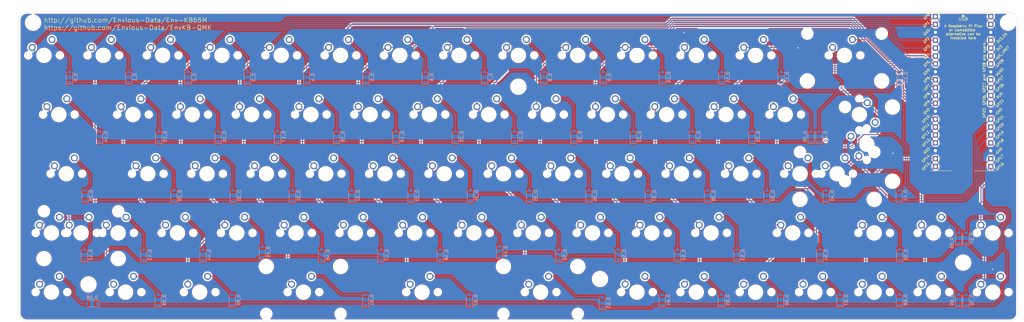
<source format=kicad_pcb>
(kicad_pcb (version 20221018) (generator pcbnew)
  (layers (0 "F.Cu" signal) (31 "B.Cu" signal) (34 "B.Paste" user) (35 "F.Paste" user) (36 "B.SilkS" user "B.Silkscreen") (37 "F.SilkS" user "F.Silkscreen") (38 "B.Mask" user) (39 "F.Mask" user) (44 "Edge.Cuts" user))
  (net 0 "")
  (net 1 "col0")
  (net 2 "col1")
  (net 3 "col2")
  (net 4 "col3")
  (net 5 "col4")
  (net 6 "col5")
  (net 7 "col6")
  (net 8 "col7")
  (net 9 "col8")
  (net 10 "col9")
  (net 11 "col10")
  (net 12 "col11")
  (net 13 "col12")
  (net 14 "col13")
  (net 15 "col14")
  (net 16 "col15")
  (net 17 "col16")
  (net 18 "row0")
  (net 19 "row1")
  (net 20 "row2")
  (net 21 "row3")
  (net 22 "row4")
  (net 23 "Net-(D_0-Pad2)")
  (net 24 "Net-(D_1-Pad2)")
  (net 25 "Net-(D_2-Pad2)")
  (net 26 "Net-(D_3-Pad2)")
  (net 27 "Net-(D_4-Pad2)")
  (net 28 "Net-(D_5-Pad2)")
  (net 29 "Net-(D_6-Pad2)")
  (net 30 "Net-(D_7-Pad2)")
  (net 31 "Net-(D_8-Pad2)")
  (net 32 "Net-(D_9-Pad2)")
  (net 33 "Net-(D_10-Pad2)")
  (net 34 "Net-(D_11-Pad2)")
  (net 35 "Net-(D_12-Pad2)")
  (net 36 "Net-(D_13-Pad2)")
  (net 37 "Net-(D_16-Pad2)")
  (net 38 "Net-(D_17-Pad2)")
  (net 39 "Net-(D_18-Pad2)")
  (net 40 "Net-(D_19-Pad2)")
  (net 41 "Net-(D_20-Pad2)")
  (net 42 "Net-(D_21-Pad2)")
  (net 43 "Net-(D_22-Pad2)")
  (net 44 "Net-(D_23-Pad2)")
  (net 45 "Net-(D_24-Pad2)")
  (net 46 "Net-(D_25-Pad2)")
  (net 47 "Net-(D_26-Pad2)")
  (net 48 "Net-(D_27-Pad2)")
  (net 49 "Net-(D_28-Pad2)")
  (net 50 "Net-(D_32-Pad2)")
  (net 51 "Net-(D_33-Pad2)")
  (net 52 "Net-(D_34-Pad2)")
  (net 53 "Net-(D_35-Pad2)")
  (net 54 "Net-(D_36-Pad2)")
  (net 55 "Net-(D_37-Pad2)")
  (net 56 "Net-(D_38-Pad2)")
  (net 57 "Net-(D_39-Pad2)")
  (net 58 "Net-(D_40-Pad2)")
  (net 59 "Net-(D_41-Pad2)")
  (net 60 "Net-(D_42-Pad2)")
  (net 61 "Net-(D_43-Pad2)")
  (net 62 "Net-(D_44-Pad2)")
  (net 63 "Net-(D_29-Pad2)")
  (net 64 "Net-(D_47-Pad2)")
  (net 65 "Net-(D_48-Pad2)")
  (net 66 "Net-(D_49-Pad2)")
  (net 67 "Net-(D_50-Pad2)")
  (net 68 "Net-(D_51-Pad2)")
  (net 69 "Net-(D_52-Pad2)")
  (net 70 "Net-(D_53-Pad2)")
  (net 71 "Net-(D_54-Pad2)")
  (net 72 "Net-(D_55-Pad2)")
  (net 73 "Net-(D_56-Pad2)")
  (net 74 "Net-(D_57-Pad2)")
  (net 75 "Net-(D_58-Pad2)")
  (net 76 "Net-(D_59-Pad2)")
  (net 77 "Net-(D_60-Pad2)")
  (net 78 "Net-(D_61-Pad2)")
  (net 79 "Net-(D_62-Pad2)")
  (net 80 "Net-(D_63-Pad2)")
  (net 81 "Net-(D_64-Pad2)")
  (net 82 "Net-(D_65-Pad2)")
  (net 83 "Net-(D_66-Pad2)")
  (net 84 "Net-(D_67-Pad2)")
  (net 85 "Net-(D_68-Pad2)")
  (net 86 "Net-(D_69-Pad2)")
  (net 87 "Net-(D_70-Pad2)")
  (net 88 "gnd")
  (net 89 "Net-(D_14-Pad2)")
  (net 90 "Net-(D_15-Pad2)")
  (net 91 "Net-(D_30-Pad2)")
  (net 92 "Net-(D_31-Pad2)")
  (net 93 "Net-(D_45-Pad2)")
  (net 94 "Net-(D_46-Pad2)")
  (net 101 "GPIO22")
  (net 102 "GPIO26")
  (net 103 "GPIO27")
  (net 104 "GPIO28")
  (footprint "MX_Only:MXOnly-1U-NoLED" (layer "F.Cu") (at 196.3342 130.55912)
    (fp_text reference "K_20")
    (fp_text value "MX Switch")
  )
  (footprint "MX_Only:MXOnly-1U-NoLED" (layer "F.Cu") (at 234.4342 130.55912)
    (fp_text reference "K_22")
    (fp_text value "MX Switch")
  )
  (footprint "MX_Only:MXOnly-1U-NoLED" (layer "F.Cu") (at 336.8342 140.08412 90)
    (fp_text reference "K_42")
    (fp_text value "MX Switch")
  )
  (footprint "MX_Only:MXOnly-1U-NoLED" (layer "F.Cu") (at 310.6342 130.55912)
    (fp_text reference "K_26")
    (fp_text value "MX Switch")
  )
  (footprint "MX_Only:MXOnly-1U-NoLED" (layer "F.Cu") (at 272.5342 130.55912)
    (fp_text reference "K_24")
    (fp_text value "MX Switch")
  )
  (footprint "MX_Only:MXOnly-1U-NoLED" (layer "F.Cu") (at 215.3842 130.55912)
    (fp_text reference "K_21")
    (fp_text value "MX Switch")
  )
  (footprint "MX_Only:MXOnly-1U-NoLED" (layer "F.Cu") (at 158.2342 130.55912)
    (fp_text reference "K_18")
    (fp_text value "MX Switch")
  )
  (footprint "MX_Only:MXOnly-1U-NoLED" (layer "F.Cu") (at 120.1342 130.55912)
    (fp_text reference "K_16")
    (fp_text value "MX Switch")
  )
  (footprint "MX_Only:MXOnly-1U-NoLED" (layer "F.Cu") (at 253.4842 130.55912)
    (fp_text reference "K_23")
    (fp_text value "MX Switch")
  )
  (footprint "MX_Only:MXOnly-1U-NoLED" (layer "F.Cu") (at 291.5842 130.55912)
    (fp_text reference "K_25")
    (fp_text value "MX Switch")
  )
  (footprint "MX_Only:MXOnly-1U-NoLED" (layer "F.Cu") (at 177.2842 130.55912)
    (fp_text reference "K_19")
    (fp_text value "MX Switch")
  )
  (footprint "MX_Only:MXOnly-1U-NoLED" (layer "F.Cu") (at 77.2717 130.55912)
    (fp_text reference "K_14")
    (fp_text value "MX Switch")
  )
  (footprint "MX_Only:MXOnly-1U-NoLED" (layer "F.Cu") (at 139.1842 130.55912)
    (fp_text reference "K_17")
    (fp_text value "MX Switch")
  )
  (footprint "MX_Only:MXOnly-1U-NoLED" (layer "F.Cu") (at 101.0842 130.55912)
    (fp_text reference "K_15")
    (fp_text value "MX Switch")
  )
  (footprint "MX_Only:MXOnly-1U-NoLED" (layer "F.Cu") (at 313.0342 168.65912)
    (fp_text reference "K_56")
    (fp_text value "MX Switch")
  )
  (footprint "MX_Only:MXOnly-1U-NoLED" (layer "F.Cu") (at 358.2592 168.65912)
    (fp_text reference "K_58")
    (fp_text value "MX Switch")
  )
  (footprint "MX_Only:MXOnly-1U-NoLED" (layer "F.Cu") (at 267.7717 168.65912)
    (fp_text reference "K_54")
    (fp_text value "MX Switch")
  )
  (footprint "MX_Only:MXOnly-1U-NoLED" (layer "F.Cu") (at 191.5717 168.65912)
    (fp_text reference "K_50")
    (fp_text value "MX Switch")
  )
  (footprint "MX_Only:MXOnly-1U-NoLED" (layer "F.Cu") (at 377.3092 168.65912)
    (fp_text reference "K_59")
    (fp_text value "MX Switch")
  )
  (footprint "MX_Only:MXOnly-1U-NoLED" (layer "F.Cu") (at 339.2092 168.65912)
    (fp_text reference "K_57")
    (fp_text value "MX Switch")
  )
  (footprint "MX_Only:MXOnly-1U-NoLED" (layer "F.Cu") (at 286.8217 168.65912)
    (fp_text reference "K_55")
    (fp_text value "MX Switch")
  )
  (footprint "MX_Only:MXOnly-1U-NoLED" (layer "F.Cu") (at 229.6717 168.65912)
    (fp_text reference "K_52")
    (fp_text value "MX Switch")
  )
  (footprint "MX_Only:MXOnly-1U-NoLED" (layer "F.Cu") (at 248.7217 168.65912)
    (fp_text reference "K_53")
    (fp_text value "MX Switch")
  )
  (footprint "MX_Only:MXOnly-1U-NoLED" (layer "F.Cu") (at 210.6217 168.65912)
    (fp_text reference "K_51")
    (fp_text value "MX Switch")
  )
  (footprint "MX_Only:MXOnly-1U-NoLED" (layer "F.Cu") (at 153.4717 168.65912)
    (fp_text reference "K_48")
    (fp_text value "MX Switch")
  )
  (footprint "MX_Only:MXOnly-1U-NoLED" (layer "F.Cu") (at 115.3717 168.65912)
    (fp_text reference "K_46")
    (fp_text value "MX Switch")
  )
  (footprint "MX_Only:MXOnly-1U-NoLED" (layer "F.Cu") (at 74.89045 168.65912)
    (fp_text reference "K_44")
    (fp_text value "MX Switch")
  )
  (footprint "MX_Only:MXOnly-1U-NoLED" (layer "F.Cu") (at 172.5217 168.65912)
    (fp_text reference "K_49")
    (fp_text value "MX Switch")
  )
  (footprint "MX_Only:MXOnly-1U-NoLED" (layer "F.Cu") (at 134.4217 168.65912)
    (fp_text reference "K_47")
    (fp_text value "MX Switch")
  )
  (footprint "MX_Only:MXOnly-1U-NoLED" (layer "F.Cu") (at 96.3217 168.65912)
    (fp_text reference "K_45")
    (fp_text value "MX Switch")
  )
  (footprint "MCU_RaspberryPi_and_Boards:RPi_Pico_SMD_TH" (layer "F.Cu") (at 367.78 123.15)
    (fp_text reference "U0")
    (fp_text value "Pico")
  )
  (footprint "MX_Only:MXOnly-1U-NoLED" (layer "F.Cu") (at 329.6842 111.50912)
    (fp_text reference "K_13")
    (fp_text value "MX Switch")
  )
  (footprint "MountingHole:MountingHole_4.3mm_M4" (layer "F.Cu") (at 69 101)
    (fp_text reference "H1")
    (fp_text value "MountingHole")
  )
  (footprint "MountingHole:MountingHole_4.3mm_M4" (layer "F.Cu") (at 86.8 185.22)
    (fp_text reference "H2")
    (fp_text value "MountingHole")
  )
  (footprint "MountingHole:MountingHole_4.3mm_M4" (layer "F.Cu") (at 367.8 178.2)
    (fp_text reference "H3")
    (fp_text value "MountingHole")
  )
  (footprint "MountingHole:MountingHole_4.3mm_M4" (layer "F.Cu") (at 224.9 121.6)
    (fp_text reference "H4")
    (fp_text value "MountingHole")
  )
  (footprint "MountingHole:MountingHole_4.3mm_M4" (layer "F.Cu") (at 382.2 101)
    (fp_text reference "H0")
    (fp_text value "MountingHole")
  )
  (footprint "MX_Only:MXOnly-1U-NoLED" (layer "F.Cu") (at 84.415 168.659)
    (fp_text reference "K_43")
    (fp_text value "MX Switch")
  )
  (footprint "MX_Only:MXOnly-1U-NoLED" (layer "F.Cu") (at 334.45 130.56 -90)
    (fp_text reference "K_27")
    (fp_text value "MX Switch")
  )
  (footprint "MX_Only:MXOnly-1U-NoLED" (layer "F.Cu") (at 327.3 149.6)
    (fp_text reference "K_28")
    (fp_text value "MX Switch")
  )
  (footprint "MX_Only:MXOnly-1U-NoLED" (layer "F.Cu") (at 74.89045 187.70912)
    (fp_text reference "K_60")
    (fp_text value "MX Switch")
  )
  (footprint "MountingHole:MountingHole_4.3mm_M4" (layer "F.Cu") (at 251.125 183.475)
    (fp_text reference "H5")
    (fp_text value "MountingHole")
  )
  (footprint "MX_Only:MXOnly-1U-NoLED" (layer "F.Cu") (at 193.95295 187.70912)
    (fp_text reference "K_64")
    (fp_text value "MX Switch")
  )
  (footprint "Mounting_Keyboard_Stabilizer:Stabilizer_Cherry_MX_2u" (layer "F.Cu") (at 329.6842 111.50912)
    (fp_text reference "stab4")
    (fp_text value "Stabilizer")
  )
  (footprint "MX_Only:MXOnly-1U-NoLED" (layer "F.Cu") (at 162.9967 149.60912)
    (fp_text reference "K_33")
    (fp_text value "MX Switch")
  )
  (footprint "MX_Only:MXOnly-1U-NoLED" (layer "F.Cu") (at 301.1092 111.50912)
    (fp_text reference "K_12")
    (fp_text value "MX Switch")
  )
  (footprint "MX_Only:MXOnly-1U-NoLED" (layer "F.Cu") (at 205.8592 111.50912)
    (fp_text reference "K_7")
    (fp_text value "MX Switch")
  )
  (footprint "MX_Only:MXOnly-1U-NoLED" (layer "F.Cu") (at 277.2967 149.60912)
    (fp_text reference "K_39")
    (fp_text value "MX Switch")
  )
  (footprint "MX_Only:MXOnly-1U-NoLED" (layer "F.Cu") (at 243.9592 111.50912)
    (fp_text reference "K_9")
    (fp_text value "MX Switch")
  )
  (footprint "MX_Only:MXOnly-1U-NoLED" (layer "F.Cu") (at 315.3967 149.60912)
    (fp_text reference "K_41")
    (fp_text value "MX Switch")
  )
  (footprint "MX_Only:MXOnly-1U-NoLED" (layer "F.Cu") (at 98.70295 187.70912)
    (fp_text reference "K_61")
    (fp_text value "MX Switch")
  )
  (footprint "Mounting_Keyboard_Stabilizer:Stabilizer_Cherry_MX_2u" (layer "F.Cu") (at 327.3 149.6)
    (fp_text reference "stab3")
    (fp_text value "Stabilizer")
  )
  (footprint "MX_Only:MXOnly-1U-NoLED" (layer "F.Cu") (at 129.6592 111.50912)
    (fp_text reference "K_3")
    (fp_text value "MX Switch")
  )
  (footprint "MX_Only:MXOnly-1U-NoLED" (layer "F.Cu") (at 339.2092 187.70912)
    (fp_text reference "K_70")
    (fp_text value "MX Switch")
  )
  (footprint "MX_Only:MXOnly-1U-NoLED" (layer "F.Cu") (at 282.0592 187.70912)
    (fp_text reference "K_67")
    (fp_text value "MX Switch")
  )
  (footprint "MX_Only:MXOnly-1U-NoLED" (layer "F.Cu") (at 377.3092 187.70912)
    (fp_text reference "K_72")
    (fp_text value "MX Switch")
  )
  (footprint "MX_Only:MXOnly-1U-NoLED" (layer "F.Cu") (at 182.0467 149.60912)
    (fp_text reference "K_34")
    (fp_text value "MX Switch")
  )
  (footprint "MX_Only:MXOnly-1U-NoLED" (layer "F.Cu") (at 263.0092 111.50912)
    (fp_text reference "K_10")
    (fp_text value "MX Switch")
  )
  (footprint "MX_Only:MXOnly-1U-NoLED" (layer "F.Cu") (at 224.9092 111.50912)
    (fp_text reference "K_8")
    (fp_text value "MX Switch")
  )
  (footprint "MX_Only:MXOnly-1U-NoLED" (layer "F.Cu") (at 220.1467 149.60912)
    (fp_text reference "K_36")
    (fp_text value "MX Switch")
  )
  (footprint "MX_Only:MXOnly-1U-NoLED" (layer "F.Cu") (at 186.8092 111.50912)
    (fp_text reference "K_6")
    (fp_text value "MX Switch")
  )
  (footprint "MX_Only:MXOnly-1U-NoLED" (layer "F.Cu") (at 91.5592 111.50912)
    (fp_text reference "K_1")
    (fp_text value "MX Switch")
  )
  (footprint "MX_Only:MXOnly-1U-NoLED" (layer "F.Cu") (at 155.85295 187.70912)
    (fp_text reference "K_63")
    (fp_text value "MX Switch")
  )
  (footprint "MX_Only:MXOnly-1U-NoLED" (layer "F.Cu") (at 258.2467 149.60912)
    (fp_text reference "K_38")
    (fp_text value "MX Switch")
  )
  (footprint "MX_Only:MXOnly-1U-NoLED" (layer "F.Cu") (at 282.0592 111.50912)
    (fp_text reference "K_11")
    (fp_text value "MX Switch")
  )
  (footprint "MX_Only:MXOnly-1U-NoLED" (layer "F.Cu") (at 148.7092 111.50912)
    (fp_text reference "K_4")
    (fp_text value "MX Switch")
  )
  (footprint "MX_Only:MXOnly-1U-NoLED" (layer "F.Cu") (at 167.7592 111.50912)
    (fp_text reference "K_5")
    (fp_text value "MX Switch")
  )
  (footprint "MX_Only:MXOnly-1U-NoLED" (layer "F.Cu") (at 358.2592 187.70912)
    (fp_text reference "K_71")
    (fp_text value "MX Switch")
  )
  (footprint "MX_Only:MXOnly-1U-NoLED" (layer "F.Cu") (at 122.51545 187.70912)
    (fp_text reference "K_62")
    (fp_text value "MX Switch")
  )
  (footprint "MX_Only:MXOnly-1U-NoLED" (layer "F.Cu") (at 301.1092 187.70912)
    (fp_text reference "K_68")
    (fp_text value "MX Switch")
  )
  (footprint "MX_Only:MXOnly-1U-NoLED" (layer "F.Cu") (at 263.0092 187.70912)
    (fp_text reference "K_66")
    (fp_text value "MX Switch")
  )
  (footprint "MX_Only:MXOnly-1U-NoLED" (layer "F.Cu") (at 72.5092 111.50912)
    (fp_text reference "K_0")
    (fp_text value "MX Switch")
  )
  (footprint "MX_Only:MXOnly-1U-NoLED" (layer "F.Cu") (at 239.1967 149.60912)
    (fp_text reference "K_37")
    (fp_text value "MX Switch")
  )
  (footprint "MX_Only:MXOnly-1U-NoLED" (layer "F.Cu") (at 105.8467 149.60912)
    (fp_text reference "K_30")
    (fp_text value "MX Switch")
  )
  (footprint "MX_Only:MXOnly-1U-NoLED" (layer "F.Cu") (at 296.3467 149.60912)
    (fp_text reference "K_40")
    (fp_text value "MX Switch")
  )
  (footprint "MX_Only:MXOnly-1U-NoLED" (layer "F.Cu") (at 143.9467 149.60912)
    (fp_text reference "K_32")
    (fp_text value "MX Switch")
  )
  (footprint "Mounting_Keyboard_Stabilizer:Stabilizer_Cherry_MX_2u" (layer "F.Cu") (at 155.85295 187.70912 180)
    (fp_text reference "stab2")
    (fp_text value "Stabilizer")
  )
  (footprint "MX_Only:MXOnly-1U-NoLED" (layer "F.Cu") (at 201.0967 149.60912)
    (fp_text reference "K_35")
    (fp_text value "MX Switch")
  )
  (footprint "MX_Only:MXOnly-1U-NoLED" (layer "F.Cu") (at 79.6842 149.60912)
    (fp_text reference "K_29")
    (fp_text value "MX Switch")
  )
  (footprint "MX_Only:MXOnly-1U-NoLED" (layer "F.Cu") (at 320.1592 187.70912)
    (fp_text reference "K_69")
    (fp_text value "MX Switch")
  )
  (footprint "Mounting_Keyboard_Stabilizer:Stabilizer_Cherry_MX_2u" (layer "F.Cu") (at 232.05295 187.70912 180)
    (fp_text reference "stab1")
    (fp_text value "Stabilizer")
  )
  (footprint "Mounting_Keyboard_Stabilizer:Stabilizer_Cherry_MX_2u" (layer "F.Cu") (at 336.8342 140.08412 90)
    (fp_text reference "stab6")
    (fp_text value "Stabilizer")
  )
  (footprint "MX_Only:MXOnly-1U-NoLED" (layer "F.Cu") (at 124.8967 149.60912)
    (fp_text reference "K_31")
    (fp_text value "MX Switch")
  )
  (footprint "MX_Only:MXOnly-1U-NoLED" (layer "F.Cu") (at 232.05295 187.70912)
    (fp_text reference "K_65")
    (fp_text value "MX Switch")
  )
  (footprint "Mounting_Keyboard_Stabilizer:Stabilizer_Cherry_MX_2u" (layer "F.Cu") (at 84.415 168.659)
    (fp_text reference "stab5")
    (fp_text value "Stabilizer")
  )
  (footprint "MX_Only:MXOnly-1U-NoLED" (layer "F.Cu") (at 110.6092 111.50912)
    (fp_text reference "K_2")
    (fp_text value "MX Switch")
  )
  (footprint "Diode_SMD:D_SOD-123" (layer "B.Cu") (at 318.9592 137.63412 90)
    (fp_text reference "D_26")
    (fp_text value "1n4148")
  )
  (footprint "Diode_SMD:D_SOD-123" (layer "B.Cu") (at 299.9092 137.63412 90)
    (fp_text reference "D_25")
    (fp_text value "1n4148")
  )
  (footprint "Diode_SMD:D_SOD-123" (layer "B.Cu") (at 347.2342 156.58412 90)
    (fp_text reference "D_41")
    (fp_text value "1n4148")
  )
  (footprint "Diode_SMD:D_SOD-123" (layer "B.Cu") (at 223.7092 137.63412 90)
    (fp_text reference "D_21")
    (fp_text value "1n4148")
  )
  (footprint "Diode_SMD:D_SOD-123" (layer "B.Cu") (at 242.7592 137.63412 90)
    (fp_text reference "D_22")
    (fp_text value "1n4148")
  )
  (footprint "Diode_SMD:D_SOD-123" (layer "B.Cu") (at 204.6592 137.63412 90)
    (fp_text reference "D_20")
    (fp_text value "1n4148")
  )
  (footprint "Diode_SMD:D_SOD-123" (layer "B.Cu") (at 185.6092 137.63412 90)
    (fp_text reference "D_19")
    (fp_text value "1n4148")
  )
  (footprint "Diode_SMD:D_SOD-123" (layer "B.Cu") (at 128.4592 137.63412 90)
    (fp_text reference "D_16")
    (fp_text value "1n4148")
  )
  (footprint "Diode_SMD:D_SOD-123" (layer "B.Cu") (at 166.5592 137.63412 90)
    (fp_text reference "D_18")
    (fp_text value "1n4148")
  )
  (footprint "Diode_SMD:D_SOD-123" (layer "B.Cu") (at 280.8592 137.63412 90)
    (fp_text reference "D_24")
    (fp_text value "1n4148")
  )
  (footprint "Diode_SMD:D_SOD-123" (layer "B.Cu") (at 109.4092 137.63412 90)
    (fp_text reference "D_15")
    (fp_text value "1n4148")
  )
  (footprint "Diode_SMD:D_SOD-123" (layer "B.Cu") (at 261.8092 137.63412 90)
    (fp_text reference "D_23")
    (fp_text value "1n4148")
  )
  (footprint "Diode_SMD:D_SOD-123" (layer "B.Cu") (at 90.3592 137.63412 90)
    (fp_text reference "D_14")
    (fp_text value "1n4148")
  )
  (footprint "Diode_SMD:D_SOD-123" (layer "B.Cu") (at 147.5092 137.63412 90)
    (fp_text reference "D_17")
    (fp_text value "1n4148")
  )
  (footprint "Diode_SMD:D_SOD-123" (layer "B.Cu") (at 85.4967 175.68412 90)
    (fp_text reference "D_42")
    (fp_text value "1n4148")
  )
  (footprint "Diode_SMD:D_SOD-123" (layer "B.Cu") (at 368.7 170.3 90)
    (fp_text reference "D_57")
    (fp_text value "1n4148")
  )
  (footprint "Diode_SMD:D_SOD-123" (layer "B.Cu") (at 321.7842 175.68412 90)
    (fp_text reference "D_54")
    (fp_text value "1n4148")
  )
  (footprint "Diode_SMD:D_SOD-123" (layer "B.Cu") (at 366.4 170.3 90)
    (fp_text reference "D_56")
    (fp_text value "1n4148")
  )
  (footprint "Diode_SMD:D_SOD-123" (layer "B.Cu") (at 142.6467 174.775 90)
    (fp_text reference "D_45")
    (fp_text value "1n4148")
  )
  (footprint "Diode_SMD:D_SOD-123" (layer "B.Cu") (at 104.5467 175.68412 90)
    (fp_text reference "D_43")
    (fp_text value "1n4148")
  )
  (footprint "Diode_SMD:D_SOD-123" (layer "B.Cu") (at 347.4342 175.68412 90)
    (fp_text reference "D_55")
    (fp_text value "1n4148")
  )
  (footprint "Diode_SMD:D_SOD-123" (layer "B.Cu") (at 123.5967 175.68412 90)
    (fp_text reference "D_44")
    (fp_text value "1n4148")
  )
  (footprint "Diode_SMD:D_SOD-123" (layer "B.Cu") (at 237.8967 175.68412 90)
    (fp_text reference "D_50")
    (fp_text value "1n4148")
  )
  (footprint "Diode_SMD:D_SOD-123" (layer "B.Cu") (at 256.9467 175.68412 90)
    (fp_text reference "D_51")
    (fp_text value "1n4148")
  )
  (footprint "Diode_SMD:D_SOD-123" (layer "B.Cu") (at 218.8467 174.55 90)
    (fp_text reference "D_49")
    (fp_text value "1n4148")
  )
  (footprint "Diode_SMD:D_SOD-123" (layer "B.Cu") (at 199.7967 175.68412 90)
    (fp_text reference "D_48")
    (fp_text value "1n4148")
  )
  (footprint "Diode_SMD:D_SOD-123" (layer "B.Cu") (at 295.0467 175.68412 90)
    (fp_text reference "D_53")
    (fp_text value "1n4148")
  )
  (footprint "Diode_SMD:D_SOD-123" (layer "B.Cu") (at 180.7467 175.68412 90)
    (fp_text reference "D_47")
    (fp_text value "1n4148")
  )
  (footprint "Diode_SMD:D_SOD-123" (layer "B.Cu") (at 161.6967 175.68412 90)
    (fp_text reference "D_46")
    (fp_text value "1n4148")
  )
  (footprint "Diode_SMD:D_SOD-123" (layer "B.Cu") (at 275.9967 175.68412 90)
    (fp_text reference "D_52")
    (fp_text value "1n4148")
  )
  (footprint "Diode_SMD:D_SOD-123" (layer "B.Cu") (at 321.489 137.634 90)
    (fp_text reference "D_27")
    (fp_text value "1n4148")
  )
  (footprint "Diode_SMD:D_SOD-123" (layer "B.Cu") (at 309.2842 118.53412 90)
    (fp_text reference "D_12")
    (fp_text value "1n4148")
  )
  (footprint "Diode_SMD:D_SOD-123" (layer "B.Cu") (at 347.3842 118.53412 90)
    (fp_text reference "D_13")
    (fp_text value "1n4148")
  )
  (footprint "Diode_SMD:D_SOD-123" (layer "B.Cu") (at 175.9342 118.53412 90)
    (fp_text reference "D_5")
    (fp_text value "1n4148")
  )
  (footprint "Diode_SMD:D_SOD-123" (layer "B.Cu") (at 194.9842 118.53412 90)
    (fp_text reference "D_6")
    (fp_text value "1n4148")
  )
  (footprint "Diode_SMD:D_SOD-123" (layer "B.Cu") (at 175.8342 190.20912 90)
    (fp_text reference "D_61")
    (fp_text value "1n4148")
  )
  (footprint "Diode_SMD:D_SOD-123" (layer "B.Cu") (at 118.7842 118.53412 90)
    (fp_text reference "D_2")
    (fp_text value "1n4148")
  )
  (footprint "Diode_SMD:D_SOD-123" (layer "B.Cu") (at 304.7217 156.60912 90)
    (fp_text reference "D_39")
    (fp_text value "1n4148")
  )
  (footprint "Diode_SMD:D_SOD-123" (layer "B.Cu") (at 247.5717 156.60912 90)
    (fp_text reference "D_36")
    (fp_text value "1n4148")
  )
  (footprint "Diode_SMD:D_SOD-123" (layer "B.Cu") (at 290.2342 118.53412 90)
    (fp_text reference "D_11")
    (fp_text value "1n4148")
  )
  (footprint "Diode_SMD:D_SOD-123" (layer "B.Cu") (at 137.8342 118.53412 90)
    (fp_text reference "D_3")
    (fp_text value "1n4148")
  )
  (footprint "Diode_SMD:D_SOD-123" (layer "B.Cu") (at 252.1342 118.53412 90)
    (fp_text reference "D_9")
    (fp_text value "1n4148")
  )
  (footprint "Diode_SMD:D_SOD-123" (layer "B.Cu") (at 271.0842 190.20912 90)
    (fp_text reference "D_64")
    (fp_text value "1n4148")
  )
  (footprint "Diode_SMD:D_SOD-123" (layer "B.Cu") (at 99.7342 118.53412 90)
    (fp_text reference "D_1")
    (fp_text value "1n4148")
  )
  (footprint "Diode_SMD:D_SOD-123" (layer "B.Cu") (at 214.0342 118.53412 90)
    (fp_text reference "D_7")
    (fp_text value "1n4148")
  )
  (footprint "Diode_SMD:D_SOD-123" (layer "B.Cu") (at 88 191.4 180)
    (fp_text reference "D_58")
    (fp_text value "1n4148")
  )
  (footprint "Diode_SMD:D_SOD-123" (layer "B.Cu") (at 368.75 190.20912 90)
    (fp_text reference "D_70")
    (fp_text value "1n4148")
  )
  (footprint "Diode_SMD:D_SOD-123" (layer "B.Cu") (at 156.8842 118.53412 90)
    (fp_text reference "D_4")
    (fp_text value "1n4148")
  )
  (footprint "Diode_SMD:D_SOD-123" (layer "B.Cu") (at 347.2842 190.20912 90)
    (fp_text reference "D_68")
    (fp_text value "1n4148")
  )
  (footprint "Diode_SMD:D_SOD-123" (layer "B.Cu") (at 233.0842 118.53412 90)
    (fp_text reference "D_8")
    (fp_text value "1n4148")
  )
  (footprint "Diode_SMD:D_SOD-123" (layer "B.Cu") (at 109.1592 190.20912 90)
    (fp_text reference "D_59")
    (fp_text value "1n4148")
  )
  (footprint "Diode_SMD:D_SOD-123" (layer "B.Cu") (at 190.4217 156.60912 90)
    (fp_text reference "D_33")
    (fp_text value "1n4148")
  )
  (footprint "Diode_SMD:D_SOD-123" (layer "B.Cu") (at 152.3217 156.60912 90)
    (fp_text reference "D_31")
    (fp_text value "1n4148")
  )
  (footprint "Diode_SMD:D_SOD-123" (layer "B.Cu") (at 266.6217 156.60912 90)
    (fp_text reference "D_37")
    (fp_text value "1n4148")
  )
  (footprint "Diode_SMD:D_SOD-123" (layer "B.Cu") (at 171.3717 156.60912 90)
    (fp_text reference "D_32")
    (fp_text value "1n4148")
  )
  (footprint "Diode_SMD:D_SOD-123" (layer "B.Cu") (at 323.7717 156.60912 90)
    (fp_text reference "D_40")
    (fp_text value "1n4148")
  )
  (footprint "Diode_SMD:D_SOD-123" (layer "B.Cu") (at 366.3342 190.20912 90)
    (fp_text reference "D_69")
    (fp_text value "1n4148")
  )
  (footprint "Diode_SMD:D_SOD-123" (layer "B.Cu") (at 132.9717 190.20912 90)
    (fp_text reference "D_60")
    (fp_text value "1n4148")
  )
  (footprint "Diode_SMD:D_SOD-123" (layer "B.Cu") (at 309.1842 190.20912 90)
    (fp_text reference "D_66")
    (fp_text value "1n4148")
  )
  (footprint "Diode_SMD:D_SOD-123" (layer "B.Cu") (at 285.6717 156.60912 90)
    (fp_text reference "D_38")
    (fp_text value "1n4148")
  )
  (footprint "Diode_SMD:D_SOD-123" (layer "B.Cu") (at 80.6842 118.53412 90)
    (fp_text reference "D_0")
    (fp_text value "1n4148")
  )
  (footprint "Diode_SMD:D_SOD-123" (layer "B.Cu") (at 133.2717 156.60912 90)
    (fp_text reference "D_30")
    (fp_text value "1n4148")
  )
  (footprint "Diode_SMD:D_SOD-123" (layer "B.Cu") (at 251.9 191.1 90)
    (fp_text reference "D_63")
    (fp_text value "1n4148")
  )
  (footprint "Diode_SMD:D_SOD-123" (layer "B.Cu") (at 209.4717 156.60912 90)
    (fp_text reference "D_34")
    (fp_text value "1n4148")
  )
  (footprint "Diode_SMD:D_SOD-123" (layer "B.Cu") (at 114.2217 156.60912 90)
    (fp_text reference "D_29")
    (fp_text value "1n4148")
  )
  (footprint "Diode_SMD:D_SOD-123" (layer "B.Cu") (at 328.2342 190.20912 90)
    (fp_text reference "D_67")
    (fp_text value "1n4148")
  )
  (footprint "Diode_SMD:D_SOD-123" (layer "B.Cu") (at 271.1842 118.53412 90)
    (fp_text reference "D_10")
    (fp_text value "1n4148")
  )
  (footprint "Diode_SMD:D_SOD-123" (layer "B.Cu") (at 85.6467 156.60912 90)
    (fp_text reference "D_28")
    (fp_text value "1n4148")
  )
  (footprint "Diode_SMD:D_SOD-123" (layer "B.Cu") (at 209.1717 190.20912 90)
    (fp_text reference "D_62")
    (fp_text value "1n4148")
  )
  (footprint "Diode_SMD:D_SOD-123" (layer "B.Cu") (at 228.5217 156.60912 90)
    (fp_text reference "D_35")
    (fp_text value "1n4148")
  )
  (footprint "Diode_SMD:D_SOD-123" (layer "B.Cu") (at 290.1342 190.20912 90)
    (fp_text reference "D_65")
    (fp_text value "1n4148")
  )
  (gr_poly (pts (xy 368.4 99) (xy 367.2 99) (xy 367.8 98.4)) (stroke (width 0.1)) (fill solid) (layer "F.SilkS"))
  (gr_line (start 385.3 194.45) (end 385.3 100.15) (stroke (width 0.1)) (layer "Edge.Cuts"))
  (gr_arc (start 64.5 100.15) (mid 65.232233 98.382233) (end 67 97.65) (stroke (width 0.1)) (layer "Edge.Cuts"))
  (gr_arc (start 385.3 194.45) (mid 384.567767 196.217767) (end 382.8 196.95) (stroke (width 0.1)) (layer "Edge.Cuts"))
  (gr_arc (start 67 196.95) (mid 65.232233 196.217767) (end 64.5 194.45) (stroke (width 0.1)) (layer "Edge.Cuts"))
  (gr_line (start 64.5 194.45) (end 64.5 100.15) (stroke (width 0.1)) (layer "Edge.Cuts"))
  (gr_arc (start 382.8 97.65) (mid 384.567767 98.382233) (end 385.3 100.15) (stroke (width 0.1)) (layer "Edge.Cuts"))
  (gr_line (start 382.8 97.65) (end 67 97.65) (stroke (width 0.1)) (layer "Edge.Cuts"))
  (gr_line (start 67 196.95) (end 382.8 196.95) (stroke (width 0.1)) (layer "Edge.Cuts"))
  (gr_text "USB" (at 367.8 99.8) (layer "F.SilkS") (effects (font (size 1 1))))
  (gr_text "A Raspberry Pi Pico\nor compatible \nalternative can be\ninstalled here" (at 367.8 104) (layer "F.SilkS") (effects (font (size 0.8 0.8))))
  (gr_text "GP22, GP26, GP27 and GP28 are spare." (at 374.55 119.35 90) (layer "F.SilkS") (effects (font (size 0.8 0.8))))
  (gr_text "http://github.com/Envious-Data/Env-KB65M\nhttps://github.com/Envious-Data/EnvKB-QMK" (at 72.3646 101.4) (layer "F.SilkS") (effects (font (size 1.5 1.5) (thickness 0.153)) (justify left)))
  (segment (start 76.3016 174.5016) (end 71.65 169.85) (width 0.25) (layer "F.Cu") (net 1))
  (segment (start 76.3016 179.94797) (end 76.3016 174.5016) (width 0.25) (layer "F.Cu") (net 1))
  (segment (start 71.08045 185.16912) (end 76.3016 179.94797) (width 0.25) (layer "F.Cu") (net 1))
  (segment (start 80.59 166.11) (end 80.59 163.04) (width 0.25) (layer "F.Cu") (net 1))
  (segment (start 77.8 160.25) (end 76.55 160.25) (width 0.25) (layer "F.Cu") (net 1))
  (segment (start 76.55 161.2194) (end 71.65028 166.11912) (width 0.25) (layer "F.Cu") (net 1))
  (segment (start 71.65 169.85) (end 71.65 166.68867) (width 0.25) (layer "F.Cu") (net 1))
  (segment (start 74.15 128.70742) (end 74.15 145.34492) (width 0.25) (layer "F.Cu") (net 1))
  (segment (start 74.15 145.34492) (end 75.8742 147.06912) (width 0.25) (layer "F.Cu") (net 1))
  (segment (start 69.475 124.03242) (end 73.4617 128.01912) (width 0.25) (layer "F.Cu") (net 1))
  (segment (start 76.55 147.74492) (end 76.55 160.25) (width 0.25) (layer "F.Cu") (net 1))
  (segment (start 80.59 163.04) (end 77.8 160.25) (width 0.25) (layer "F.Cu") (net 1))
  (segment (start 68.6992 108.96912) (end 69.475 109.74492) (width 0.25) (layer "F.Cu") (net 1))
  (segment (start 69.475 109.74492) (end 69.475 124.03242) (width 0.25) (layer "F.Cu") (net 1))
  (segment (start 76.55 160.25) (end 76.55 161.2194) (width 0.25) (layer "F.Cu") (net 1))
  (segment (start 92.499068 103.3) (end 94.349098 101.44997) (width 0.25) (layer "B.Cu") (net 1))
  (segment (start 94.349098 101.44997) (end 148.741342 101.44997) (width 0.25) (layer "B.Cu") (net 1))
  (segment (start 358.21004 99.69996) (end 358.89 99.02) (width 0.25) (layer "B.Cu") (net 1))
  (segment (start 74.36832 103.3) (end 92.499068 103.3) (width 0.25) (layer "B.Cu") (net 1))
  (segment (start 68.6992 108.96912) (end 74.36832 103.3) (width 0.25) (layer "B.Cu") (net 1))
  (segment (start 150.491352 99.69996) (end 358.21004 99.69996) (width 0.25) (layer "B.Cu") (net 1))
  (segment (start 148.741342 101.44997) (end 150.491352 99.69996) (width 0.25) (layer "B.Cu") (net 1))
  (segment (start 92.641701 182.917871) (end 92.641701 166.249121) (width 0.25) (layer "F.Cu") (net 2))
  (segment (start 92.5117 166.11912) (end 88.874199 162.481619) (width 0.25) (layer "F.Cu") (net 2))
  (segment (start 94.89295 185.16912) (end 92.641701 182.917871) (width 0.25) (layer "F.Cu") (net 2))
  (segment (start 88.874199 110.094119) (end 87.7492 108.96912) (width 0.25) (layer "F.Cu") (net 2))
  (segment (start 88.874199 162.481619) (end 88.874199 110.094119) (width 0.25) (layer "F.Cu") (net 2))
  (segment (start 94.61834 102.09998) (end 149.010584 102.09998) (width 0.25) (layer "B.Cu") (net 2))
  (segment (start 87.7492 108.96912) (end 94.61834 102.09998) (width 0.25) (layer "B.Cu") (net 2))
  (segment (start 343.488474 100.34997) (end 344.698504 101.56) (width 0.25) (layer "B.Cu") (net 2))
  (segment (start 150.760594 100.34997) (end 343.488474 100.34997) (width 0.25) (layer "B.Cu") (net 2))
  (segment (start 149.010584 102.09998) (end 150.760594 100.34997) (width 0.25) (layer "B.Cu") (net 2))
  (segment (start 344.698504 101.56) (end 358.89 101.56) (width 0.25) (layer "B.Cu") (net 2))
  (segment (start 107.25 118.04332) (end 97.2742 128.01912) (width 0.25) (layer "F.Cu") (net 3))
  (segment (start 103.327799 148.360219) (end 103.327799 157.885219) (width 0.25) (layer "F.Cu") (net 3))
  (segment (start 102.0367 147.06912) (end 97.975 143.00742) (width 0.25) (layer "F.Cu") (net 3))
  (segment (start 102.0367 147.06912) (end 103.327799 148.360219) (width 0.25) (layer "F.Cu") (net 3))
  (segment (start 103.327799 157.885219) (end 111.5617 166.11912) (width 0.25) (layer "F.Cu") (net 3))
  (segment (start 107.25 109.41992) (end 107.25 118.04332) (width 0.25) (layer "F.Cu") (net 3))
  (segment (start 97.975 143.00742) (end 97.975 128.71992) (width 0.25) (layer "F.Cu") (net 3))
  (segment (start 113.05001 102.74999) (end 149.279826 102.74999) (width 0.25) (layer "B.Cu") (net 3))
  (segment (start 345.809641 103.590391) (end 345.809641 105.271137) (width 0.25) (layer "B.Cu") (net 3))
  (segment (start 151.029836 100.99998) (end 342.89998 100.99998) (width 0.25) (layer "B.Cu") (net 3))
  (segment (start 342.89998 100.99998) (end 342.9 101) (width 0.25) (layer "B.Cu") (net 3))
  (segment (start 345.809641 105.271137) (end 347.178504 106.64) (width 0.25) (layer "B.Cu") (net 3))
  (segment (start 110.989201 104.779119) (end 111.020881 104.779119) (width 0.25) (layer "B.Cu") (net 3))
  (segment (start 106.7992 108.96912) (end 110.989201 104.779119) (width 0.25) (layer "B.Cu") (net 3))
  (segment (start 342.9 101) (end 343.219251 101.000001) (width 0.25) (layer "B.Cu") (net 3))
  (segment (start 343.219251 101.000001) (end 345.809641 103.590391) (width 0.25) (layer "B.Cu") (net 3))
  (segment (start 347.178504 106.64) (end 358.89 106.64) (width 0.25) (layer "B.Cu") (net 3))
  (segment (start 149.279826 102.74999) (end 151.029836 100.99998) (width 0.25) (layer "B.Cu") (net 3))
  (segment (start 111.020881 104.779119) (end 113.05001 102.74999) (width 0.25) (layer "B.Cu") (net 3))
  (segment (start 121.95 153.2) (end 121.95 147.93242) (width 0.25) (layer "F.Cu") (net 4))
  (segment (start 116.3242 128.01912) (end 116.3242 116.90313) (width 0.25) (layer "F.Cu") (net 4))
  (segment (start 118.70545 176.43438) (end 129.02071 166.11912) (width 0.25) (layer "F.Cu") (net 4))
  (segment (start 116.3242 116.90313) (end 124.25821 108.96912) (width 0.25) (layer "F.Cu") (net 4))
  (segment (start 129.02071 166.11912) (end 130.6117 166.11912) (width 0.25) (layer "F.Cu") (net 4))
  (segment (start 124.25821 108.96912) (end 125.8492 108.96912) (width 0.25) (layer "F.Cu") (net 4))
  (segment (start 121.95 147.93242) (end 121.0867 147.06912) (width 0.25) (layer "F.Cu") (net 4))
  (segment (start 118.70545 185.16912) (end 118.70545 176.43438) (width 0.25) (layer "F.Cu") (net 4))
  (segment (start 116.454201 142.436621) (end 116.454201 128.149121) (width 0.25) (layer "F.Cu") (net 4))
  (segment (start 130.6117 161.8617) (end 121.95 153.2) (width 0.25) (layer "F.Cu") (net 4))
  (segment (start 130.6117 166.11912) (end 130.6117 161.8617) (width 0.25) (layer "F.Cu") (net 4))
  (segment (start 121.0867 147.06912) (end 116.454201 142.436621) (width 0.25) (layer "F.Cu") (net 4))
  (segment (start 342.950009 101.650011) (end 345.159631 103.859633) (width 0.25) (layer "B.Cu") (net 4))
  (segment (start 348.799252 109.18) (end 358.89 109.18) (width 0.25) (layer "B.Cu") (net 4))
  (segment (start 131.41832 103.4) (end 149.54907 103.4) (width 0.25) (layer "B.Cu") (net 4))
  (segment (start 149.54907 103.4) (end 151.299059 101.650011) (width 0.25) (layer "B.Cu") (net 4))
  (segment (start 125.8492 108.96912) (end 131.41832 103.4) (width 0.25) (layer "B.Cu") (net 4))
  (segment (start 345.159631 103.859633) (end 345.159631 105.540379) (width 0.25) (layer "B.Cu") (net 4))
  (segment (start 151.299059 101.650011) (end 342.950009 101.650011) (width 0.25) (layer "B.Cu") (net 4))
  (segment (start 345.159631 105.540379) (end 348.799252 109.18) (width 0.25) (layer "B.Cu") (net 4))
  (segment (start 140.1367 147.06912) (end 141.427799 148.360219) (width 0.25) (layer "F.Cu") (net 5))
  (segment (start 150.786699 183.912869) (end 152.04295 185.16912) (width 0.25) (layer "F.Cu") (net 5))
  (segment (start 135.3742 116.90313) (end 143.30821 108.96912) (width 0.25) (layer "F.Cu") (net 5))
  (segment (start 136.665299 143.597719) (end 140.1367 147.06912) (width 0.25) (layer "F.Cu") (net 5))
  (segment (start 135.3742 128.01912) (end 135.3742 116.90313) (width 0.25) (layer "F.Cu") (net 5))
  (segment (start 135.3742 129.61011) (end 136.665299 130.901209) (width 0.25) (layer "F.Cu") (net 5))
  (segment (start 136.665299 130.901209) (end 136.665299 143.597719) (width 0.25) (layer "F.Cu") (net 5))
  (segment (start 135.3742 128.01912) (end 135.3742 129.61011) (width 0.25) (layer "F.Cu") (net 5))
  (segment (start 141.427799 148.360219) (end 141.427799 157.885219) (width 0.25) (layer "F.Cu") (net 5))
  (segment (start 141.427799 157.885219) (end 149.6617 166.11912) (width 0.25) (layer "F.Cu") (net 5))
  (segment (start 143.30821 108.96912) (end 144.8992 108.96912) (width 0.25) (layer "F.Cu") (net 5))
  (segment (start 150.786699 167.244119) (end 150.786699 183.912869) (width 0.25) (layer "F.Cu") (net 5))
  (segment (start 149.6617 166.11912) (end 150.786699 167.244119) (width 0.25) (layer "F.Cu") (net 5))
  (segment (start 144.8992 108.96912) (end 151.568298 102.300022) (width 0.25) (layer "B.Cu") (net 5))
  (segment (start 350.42 111.72) (end 358.89 111.72) (width 0.25) (layer "B.Cu") (net 5))
  (segment (start 344.45 105.75) (end 350.42 111.72) (width 0.25) (layer "B.Cu") (net 5))
  (segment (start 151.568298 102.300022) (end 342.680766 102.300022) (width 0.25) (layer "B.Cu") (net 5))
  (segment (start 342.680766 102.300022) (end 344.45 104.069256) (width 0.25) (layer "B.Cu") (net 5))
  (segment (start 344.45 104.069256) (end 344.45 105.75) (width 0.25) (layer "B.Cu") (net 5))
  (segment (start 155.549199 129.144119) (end 154.4242 128.01912) (width 0.25) (layer "F.Cu") (net 6))
  (segment (start 154.4242 117.692118) (end 163.147198 108.96912) (width 0.25) (layer "F.Cu") (net 6))
  (segment (start 274.30374 99.5) (end 272.40378 101.39996) (width 0.25) (layer "F.Cu") (net 6))
  (segment (start 358.008 114.26) (end 355.347917 111.599917) (width 0.25) (layer "F.Cu") (net 6))
  (segment (start 358.89 114.26) (end 358.008 114.26) (width 0.25) (layer "F.Cu") (net 6))
  (segment (start 344.528421 111.599917) (end 332.428504 99.5) (width 0.25) (layer "F.Cu") (net 6))
  (segment (start 355.347917 111.599917) (end 344.528421 111.599917) (width 0.25) (layer "F.Cu") (net 6))
  (segment (start 163.9492 108.96912) (end 171.51836 101.39996) (width 0.25) (layer "F.Cu") (net 6))
  (segment (start 272.40378 101.39996) (end 171.51836 101.39996) (width 0.25) (layer "F.Cu") (net 6))
  (segment (start 154.4242 128.01912) (end 154.4242 117.692118) (width 0.25) (layer "F.Cu") (net 6))
  (segment (start 332.428504 99.5) (end 274.30374 99.5) (width 0.25) (layer "F.Cu") (net 6))
  (segment (start 159.1867 147.06912) (end 155.549199 143.431619) (width 0.25) (layer "F.Cu") (net 6))
  (segment (start 168.7117 166.11912) (end 160.477799 157.885219) (width 0.25) (layer "F.Cu") (net 6))
  (segment (start 160.477799 148.360219) (end 159.1867 147.06912) (width 0.25) (layer "F.Cu") (net 6))
  (segment (start 155.549199 143.431619) (end 155.549199 129.144119) (width 0.25) (layer "F.Cu") (net 6))
  (segment (start 160.477799 157.885219) (end 160.477799 148.360219) (width 0.25) (layer "F.Cu") (net 6))
  (segment (start 357.946 119.34) (end 358.89 119.34) (width 0.25) (layer "F.Cu") (net 7))
  (segment (start 344.243806 112.249928) (end 350.855928 112.249928) (width 0.25) (layer "F.Cu") (net 7))
  (segment (start 189.017951 167.375371) (end 187.7617 166.11912) (width 0.25) (layer "F.Cu") (net 7))
  (segment (start 174.599199 129.144119) (end 173.4742 128.01912) (width 0.25) (layer "F.Cu") (net 7))
  (segment (start 173.4742 117.692118) (end 182.197198 108.96912) (width 0.25) (layer "F.Cu") (net 7))
  (segment (start 189.017951 184.044121) (end 189.017951 167.375371) (width 0.25) (layer "F.Cu") (net 7))
  (segment (start 173.4742 128.01912) (end 173.4742 117.692118) (width 0.25) (layer "F.Cu") (net 7))
  (segment (start 190.14295 185.16912) (end 189.017951 184.044121) (width 0.25) (layer "F.Cu") (net 7))
  (segment (start 174.599199 143.431619) (end 174.599199 129.144119) (width 0.25) (layer "F.Cu") (net 7))
  (segment (start 272.673023 102.049971) (end 274.572983 100.150011) (width 0.25) (layer "F.Cu") (net 7))
  (segment (start 191.13088 108.96912) (end 198.05003 102.04997) (width 0.25) (layer "F.Cu") (net 7))
  (segment (start 350.855928 112.249928) (end 357.946 119.34) (width 0.25) (layer "F.Cu") (net 7))
  (segment (start 187.7617 166.11912) (end 178.366701 156.724121) (width 0.25) (layer "F.Cu") (net 7))
  (segment (start 198.05003 102.04997) (end 272.673023 102.049971) (width 0.25) (layer "F.Cu") (net 7))
  (segment (start 274.572983 100.150011) (end 332.143889 100.150011) (width 0.25) (layer "F.Cu") (net 7))
  (segment (start 332.143889 100.150011) (end 344.243806 112.249928) (width 0.25) (layer "F.Cu") (net 7))
  (segment (start 182.9992 108.96912) (end 191.13088 108.96912) (width 0.25) (layer "F.Cu") (net 7))
  (segment (start 178.2367 147.06912) (end 174.599199 143.431619) (width 0.25) (layer "F.Cu") (net 7))
  (segment (start 178.366701 156.724121) (end 178.366701 147.199121) (width 0.25) (layer "F.Cu") (net 7))
  (segment (start 206.8117 166.11912) (end 197.416701 156.724121) (width 0.25) (layer "F.Cu") (net 8))
  (segment (start 272.942266 102.69998) (end 274.842235 100.800011) (width 0.25) (layer "F.Cu") (net 8))
  (segment (start 208.31834 102.69998) (end 272.942266 102.69998) (width 0.25) (layer "F.Cu") (net 8))
  (segment (start 331.874635 100.800011) (end 343.974563 112.899939) (width 0.25) (layer "F.Cu") (net 8))
  (segment (start 202.7 109.61992) (end 202.7 117.84332) (width 0.25) (layer "F.Cu") (net 8))
  (segment (start 193.649199 143.431619) (end 193.649199 129.144119) (width 0.25) (layer "F.Cu") (net 8))
  (segment (start 274.842235 100.800011) (end 331.874635 100.800011) (width 0.25) (layer "F.Cu") (net 8))
  (segment (start 197.2867 147.06912) (end 193.649199 143.431619) (width 0.25) (layer "F.Cu") (net 8))
  (segment (start 349.133939 112.899939) (end 358.114 121.88) (width 0.25) (layer "F.Cu") (net 8))
  (segment (start 202.7 117.84332) (end 192.5242 128.01912) (width 0.25) (layer "F.Cu") (net 8))
  (segment (start 358.114 121.88) (end 358.89 121.88) (width 0.25) (layer "F.Cu") (net 8))
  (segment (start 202.0492 108.96912) (end 208.31834 102.69998) (width 0.25) (layer "F.Cu") (net 8))
  (segment (start 197.416701 156.724121) (end 197.416701 147.199121) (width 0.25) (layer "F.Cu") (net 8))
  (segment (start 193.649199 129.144119) (end 192.5242 128.01912) (width 0.25) (layer "F.Cu") (net 8))
  (segment (start 343.974563 112.899939) (end 349.133939 112.899939) (width 0.25) (layer "F.Cu") (net 8))
  (segment (start 347.180948 113.549948) (end 343.699948 113.549948) (width 0.25) (layer "F.Cu") (net 9))
  (segment (start 225.8617 166.11912) (end 226.986699 167.244119) (width 0.25) (layer "F.Cu") (net 9))
  (segment (start 216.8 150.6) (end 225.8617 159.6617) (width 0.25) (layer "F.Cu") (net 9))
  (segment (start 273.21151 103.34999) (end 226.718329 103.349991) (width 0.25) (layer "F.Cu") (net 9))
  (segment (start 225.8617 159.6617) (end 225.8617 166.11912) (width 0.25) (layer "F.Cu") (net 9))
  (segment (start 343.699948 113.549948) (end 331.60002 101.45002) (width 0.25) (layer "F.Cu") (net 9))
  (segment (start 358.051 124.42) (end 347.180948 113.549948) (width 0.25) (layer "F.Cu") (net 9))
  (segment (start 211.5742 128.01912) (end 211.5742 126.1258) (width 0.25) (layer "F.Cu") (net 9))
  (segment (start 216.3367 147.06912) (end 212.25 142.98242) (width 0.25) (layer "F.Cu") (net 9))
  (segment (start 358.89 124.42) (end 358.051 124.42) (width 0.25) (layer "F.Cu") (net 9))
  (segment (start 216.3367 148.3367) (end 216.8 148.8) (width 0.25) (layer "F.Cu") (net 9))
  (segment (start 212.25 142.98242) (end 212.25 128.69492) (width 0.25) (layer "F.Cu") (net 9))
  (segment (start 226.986699 167.244119) (end 226.986699 183.912869) (width 0.25) (layer "F.Cu") (net 9))
  (segment (start 211.5742 126.1258) (end 221.229201 116.470799) (width 0.25) (layer "F.Cu") (net 9))
  (segment (start 216.8 148.8) (end 216.8 150.6) (width 0.25) (layer "F.Cu") (net 9))
  (segment (start 221.229201 116.470799) (end 221.229201 109.099121) (width 0.25) (layer "F.Cu") (net 9))
  (segment (start 226.718329 103.349991) (end 221.0992 108.96912) (width 0.25) (layer "F.Cu") (net 9))
  (segment (start 226.986699 183.912869) (end 228.24295 185.16912) (width 0.25) (layer "F.Cu") (net 9))
  (segment (start 331.60002 101.45002) (end 275.11148 101.45002) (width 0.25) (layer "F.Cu") (net 9))
  (segment (start 275.11148 101.45002) (end 273.21151 103.34999) (width 0.25) (layer "F.Cu") (net 9))
  (segment (start 216.3367 147.06912) (end 216.3367 148.3367) (width 0.25) (layer "F.Cu") (net 9))
  (segment (start 357.833 126.96) (end 349.100041 118.227041) (width 0.25) (layer "F.Cu") (net 10))
  (segment (start 230.6242 128.01912) (end 231.915299 129.310219) (width 0.25) (layer "F.Cu") (net 10))
  (segment (start 231.915299 129.310219) (end 231.915299 143.597719) (width 0.25) (layer "F.Cu") (net 10))
  (segment (start 275.380723 102.100031) (end 273.480754 104) (width 0.25) (layer "F.Cu") (net 10))
  (segment (start 349.100041 118.227041) (end 349.100041 116.623031) (width 0.25) (layer "F.Cu") (net 10))
  (segment (start 346.676968 114.199958) (end 343.429958 114.199958) (width 0.25) (layer "F.Cu") (net 10))
  (segment (start 236 157.20742) (end 236 147.68242) (width 0.25) (layer "F.Cu") (net 10))
  (segment (start 349.100041 116.623031) (end 346.676968 114.199958) (width 0.25) (layer "F.Cu") (net 10))
  (segment (start 343.429958 114.199958) (end 331.330031 102.100031) (width 0.25) (layer "F.Cu") (net 10))
  (segment (start 244.9117 166.11912) (end 236 157.20742) (width 0.25) (layer "F.Cu") (net 10))
  (segment (start 331.330031 102.100031) (end 275.380723 102.100031) (width 0.25) (layer "F.Cu") (net 10))
  (segment (start 231.915299 143.597719) (end 235.3867 147.06912) (width 0.25) (layer "F.Cu") (net 10))
  (segment (start 230.7 116.82733) (end 238.55821 108.96912) (width 0.25) (layer "F.Cu") (net 10))
  (segment (start 358.89 126.96) (end 357.833 126.96) (width 0.25) (layer "F.Cu") (net 10))
  (segment (start 245.118319 104.000001) (end 240.1492 108.96912) (width 0.25) (layer "F.Cu") (net 10))
  (segment (start 230.7 127.94332) (end 230.7 116.82733) (width 0.25) (layer "F.Cu") (net 10))
  (segment (start 238.55821 108.96912) (end 240.1492 108.96912) (width 0.25) (layer "F.Cu") (net 10))
  (segment (start 273.480754 104) (end 245.118319 104.000001) (width 0.25) (layer "F.Cu") (net 10))
  (segment (start 283.149076 103.14999) (end 304.669243 103.149991) (width 0.25) (layer "F.Cu") (net 11))
  (segment (start 348.450033 122.213033) (end 358.277 132.04) (width 0.25) (layer "F.Cu") (net 11))
  (segment (start 272.9 105.5) (end 280.799066 105.5) (width 0.25) (layer "F.Cu") (net 11))
  (segment (start 348.450033 116.892275) (end 348.450033 122.213033) (width 0.25) (layer "F.Cu") (net 11))
  (segment (start 249.6742 116.90313) (end 257.60821 108.96912) (width 0.25) (layer "F.Cu") (net 11))
  (segment (start 263.9617 166.11912) (end 255.561699 157.719119) (width 0.25) (layer "F.Cu") (net 11))
  (segment (start 257.60821 108.96912) (end 259.1992 108.96912) (width 0.25) (layer "F.Cu") (net 11))
  (segment (start 259.1992 170.079618) (end 263.159698 166.11912) (width 0.25) (layer "F.Cu") (net 11))
  (segment (start 316.36922 114.849968) (end 346.407726 114.849968) (width 0.25) (layer "F.Cu") (net 11))
  (segment (start 249.875 142.50742) (end 249.875 128.21992) (width 0.25) (layer "F.Cu") (net 11))
  (segment (start 346.407726 114.849968) (end 348.450033 116.892275) (width 0.25) (layer "F.Cu") (net 11))
  (segment (start 255.561699 157.719119) (end 255.561699 148.194119) (width 0.25) (layer "F.Cu") (net 11))
  (segment (start 304.669243 103.149991) (end 316.36922 114.849968) (width 0.25) (layer "F.Cu") (net 11))
  (segment (start 269.43088 108.96912) (end 272.9 105.5) (width 0.25) (layer "F.Cu") (net 11))
  (segment (start 280.799066 105.5) (end 283.149076 103.14999) (width 0.25) (layer "F.Cu") (net 11))
  (segment (start 259.1992 185.16912) (end 259.1992 170.079618) (width 0.25) (layer "F.Cu") (net 11))
  (segment (start 254.4367 147.06912) (end 249.875 142.50742) (width 0.25) (layer "F.Cu") (net 11))
  (segment (start 249.6742 128.01912) (end 249.6742 116.90313) (width 0.25) (layer "F.Cu") (net 11))
  (segment (start 255.561699 148.194119) (end 254.4367 147.06912) (width 0.25) (layer "F.Cu") (net 11))
  (segment (start 259.1992 108.96912) (end 269.43088 108.96912) (width 0.25) (layer "F.Cu") (net 11))
  (segment (start 273.616701 156.724121) (end 273.616701 147.199121) (width 0.25) (layer "F.Cu") (net 12))
  (segment (start 346.138483 115.499979) (end 347.800022 117.161518) (width 0.25) (layer "F.Cu") (net 12))
  (segment (start 268.854201 142.436621) (end 268.854201 128.149121) (width 0.25) (layer "F.Cu") (net 12))
  (segment (start 273.4867 147.06912) (end 268.854201 142.436621) (width 0.25) (layer "F.Cu") (net 12))
  (segment (start 357.1 132.79) (end 358.89 134.58) (width 0.25) (layer "F.Cu") (net 12))
  (segment (start 278.2492 185.16912) (end 283.141701 180.276619) (width 0.25) (layer "F.Cu") (net 12))
  (segment (start 283.418319 103.800001) (end 304.399999 103.800001) (width 0.25) (layer "F.Cu") (net 12))
  (segment (start 316.099977 115.499979) (end 346.138483 115.499979) (width 0.25) (layer "F.Cu") (net 12))
  (segment (start 283.141701 180.276619) (end 283.141701 166.249121) (width 0.25) (layer "F.Cu") (net 12))
  (segment (start 304.399999 103.800001) (end 316.099977 115.499979) (width 0.25) (layer "F.Cu") (net 12))
  (segment (start 347.800022 122.481582) (end 357.1 131.78156) (width 0.25) (layer "F.Cu") (net 12))
  (segment (start 278.2492 108.96912) (end 283.418319 103.800001) (width 0.25) (layer "F.Cu") (net 12))
  (segment (start 283.0117 166.11912) (end 273.616701 156.724121) (width 0.25) (layer "F.Cu") (net 12))
  (segment (start 278.379201 118.364119) (end 278.379201 109.099121) (width 0.25) (layer "F.Cu") (net 12))
  (segment (start 268.7242 128.01912) (end 278.379201 118.364119) (width 0.25) (layer "F.Cu") (net 12))
  (segment (start 347.800022 117.161518) (end 347.800022 122.481582) (width 0.25) (layer "F.Cu") (net 12))
  (segment (start 357.1 131.78156) (end 357.1 132.79) (width 0.25) (layer "F.Cu") (net 12))
  (segment (start 292.5367 148.807118) (end 293.025 149.295418) (width 0.25) (layer "F.Cu") (net 13))
  (segment (start 289.065299 129.310219) (end 289.065299 143.597719) (width 0.25) (layer "F.Cu") (net 13))
  (segment (start 308.649864 108.96912) (end 297.2992 108.96912) (width 0.25) (layer "F.Cu") (net 13))
  (segment (start 287.7742 128.01912) (end 289.065299 129.310219) (width 0.25) (layer "F.Cu") (net 13))
  (segment (start 345.86924 116.14999) (end 315.830734 116.14999) (width 0.25) (layer "F.Cu") (net 13))
  (segment (start 289.065299 143.597719) (end 292.5367 147.06912) (width 0.25) (layer "F.Cu") (net 13))
  (segment (start 298.075 109.74492) (end 297.2992 108.96912) (width 0.25) (layer "F.Cu") (net 13))
  (segment (start 287.7742 128.01912) (end 298.075 117.71832) (width 0.25) (layer "F.Cu") (net 13))
  (segment (start 358.89 137.12) (end 356.45048 134.68048) (width 0.25) (layer "F.Cu") (net 13))
  (segment (start 315.830734 116.14999) (end 308.649864 108.96912) (width 0.25) (layer "F.Cu") (net 13))
  (segment (start 292.5367 147.06912) (end 292.5367 148.807118) (width 0.25) (layer "F.Cu") (net 13))
  (segment (start 347.150011 122.750131) (end 347.150011 117.430761) (width 0.25) (layer "F.Cu") (net 13))
  (segment (start 309.775 173.325) (end 297.93088 185.16912) (width 0.25) (layer "F.Cu") (net 13))
  (segment (start 298.075 117.71832) (end 298.075 109.74492) (width 0.25) (layer "F.Cu") (net 13))
  (segment (start 293.025 149.295418) (end 293.025 151.8) (width 0.25) (layer "F.Cu") (net 13))
  (segment (start 293.025 151.8) (end 307.34412 166.11912) (width 0.25) (layer "F.Cu") (net 13))
  (segment (start 356.450481 132.050601) (end 347.150011 122.750131) (width 0.25) (layer "F.Cu") (net 13))
  (segment (start 356.45048 134.68048) (end 356.450481 132.050601) (width 0.25) (layer "F.Cu") (net 13))
  (segment (start 307.34412 166.11912) (end 309.2242 166.11912) (width 0.25) (layer "F.Cu") (net 13))
  (segment (start 309.775 166.66992) (end 309.775 173.325) (width 0.25) (layer "F.Cu") (net 13))
  (segment (start 347.150011 117.430761) (end 345.86924 116.14999) (width 0.25) (layer "F.Cu") (net 13))
  (segment (start 320.65 163.675) (end 319.3425 162.3675) (width 0.25) (layer "F.Cu") (net 14))
  (segment (start 355.800961 132.319641) (end 355.800961 136.570961) (width 0.25) (layer "F.Cu") (net 14))
  (segment (start 346.5 123.01868) (end 355.800961 132.319641) (width 0.25) (layer "F.Cu") (net 14))
  (segment (start 306.8242 128.01912) (end 306.8242 122.7758) (width 0.25) (layer "F.Cu") (net 14))
  (segment (start 314.59 153.68) (end 312.711699 151.801699) (width 0.25) (layer "F.Cu") (net 14))
  (segment (start 345.599996 116.8) (end 346.5 117.700004) (width 0.25) (layer "F.Cu") (net 14))
  (segment (start 316.748 153.68) (end 314.59 153.68) (width 0.25) (layer "F.Cu") (net 14))
  (segment (start 306.8242 122.7758) (end 312.8 116.8) (width 0.25) (layer "F.Cu") (net 14))
  (segment (start 319.3425 162.3675) (end 319.3425 156.2745) (width 0.25) (layer "F.Cu") (net 14))
  (segment (start 320.65 171.625) (end 320.65 163.675) (width 0.25) (layer "F.Cu") (net 14))
  (segment (start 316.3492 185.16912) (end 316.3492 175.9258) (width 0.25) (layer "F.Cu") (net 14))
  (segment (start 316.3492 175.9258) (end 320.65 171.625) (width 0.25) (layer "F.Cu") (net 14))
  (segment (start 346.5 117.700004) (end 346.5 123.01868) (width 0.25) (layer "F.Cu") (net 14))
  (segment (start 312.711699 148.194119) (end 311.5867 147.06912) (width 0.25) (layer "F.Cu") (net 14))
  (segment (start 319.3425 156.2745) (end 316.748 153.68) (width 0.25) (layer "F.Cu") (net 14))
  (segment (start 311.5867 147.06912) (end 307.949199 143.431619) (width 0.25) (layer "F.Cu") (net 14))
  (segment (start 312.8 116.8) (end 345.599996 116.8) (width 0.25) (layer "F.Cu") (net 14))
  (segment (start 355.800961 136.570961) (end 358.89 139.66) (width 0.25) (layer "F.Cu") (net 14))
  (segment (start 307.949199 143.431619) (end 307.949199 129.144119) (width 0.25) (layer "F.Cu") (net 14))
  (segment (start 307.949199 129.144119) (end 306.8242 128.01912) (width 0.25) (layer "F.Cu") (net 14))
  (segment (start 312.711699 151.801699) (end 312.711699 148.194119) (width 0.25) (layer "F.Cu") (net 14))
  (segment (start 334.2942 138.6058) (end 334.2942 143.89412) (width 0.25) (layer "F.Cu") (net 15))
  (segment (start 342.6 132.36) (end 342.6 134.3) (width 0.25) (layer "F.Cu") (net 15))
  (segment (start 339.9 137) (end 335.9 137) (width 0.25) (layer "F.Cu") (net 15))
  (segment (start 358.89 144.74) (end 344.55 144.74) (width 0.25) (layer "F.Cu") (net 15))
  (segment (start 342.6 134.3) (end 339.9 137) (width 0.25) (layer "F.Cu") (net 15))
  (segment (start 342.97 158.8832) (end 342.97 156.28) (width 0.25) (layer "F.Cu") (net 15))
  (segment (start 336.99 126.75) (end 333.525 126.75) (width 0.25) (layer "F.Cu") (net 15))
  (segment (start 334.2942 146.3442) (end 334.2942 143.89412) (width 0.25) (layer "F.Cu") (net 15))
  (segment (start 336.524199 184.044121) (end 335.3992 185.16912) (width 0.25) (layer "F.Cu") (net 15))
  (segment (start 339.3742 152.6842) (end 339.3742 151.4242) (width 0.25) (layer "F.Cu") (net 15))
  (segment (start 323.49 147.06) (end 331.12832 147.06) (width 0.25) (layer "F.Cu") (net 15))
  (segment (start 336.99 126.75) (end 342.6 132.36) (width 0.25) (layer "F.Cu") (net 15))
  (segment (start 331.12832 147.06) (end 334.2942 143.89412) (width 0.25) (layer "F.Cu") (net 15))
  (segment (start 335.73408 166.11912) (end 342.97 158.8832) (width 0.25) (layer "F.Cu") (net 15))
  (segment (start 336.524199 167.244119) (end 336.524199 184.044121) (width 0.25) (layer "F.Cu") (net 15))
  (segment (start 342.97 156.28) (end 339.3742 152.6842) (width 0.25) (layer "F.Cu") (net 15))
  (segment (start 339.3742 149.9158) (end 339.3742 151.4242) (width 0.25) (layer "F.Cu") (net 15))
  (segment (start 344.55 144.74) (end 339.3742 149.9158) (width 0.25) (layer "F.Cu") (net 15))
  (segment (start 333.525 126.75) (end 328.7875 122.0125) (width 0.25) (layer "F.Cu") (net 15))
  (segment (start 339.3742 151.4242) (end 334.2942 146.3442) (width 0.25) (layer "F.Cu") (net 15))
  (segment (start 335.9 137) (end 334.2942 138.6058) (width 0.25) (layer "F.Cu") (net 15))
  (segment (start 335.3992 166.11912) (end 336.524199 167.244119) (width 0.25) (layer "F.Cu") (net 15))
  (via (at 328.7875 122.0125) (size 0.8) (drill 0.4) (layers "F.Cu" "B.Cu") (net 15))
  (segment (start 326.6 109.69492) (end 325.8742 108.96912) (width 0.25) (layer "B.Cu") (net 15))
  (segment (start 326.6 117.8) (end 326.6 109.69492) (width 0.25) (layer "B.Cu") (net 15))
  (segment (start 328.7875 119.9875) (end 326.6 117.8) (width 0.25) (layer "B.Cu") (net 15))
  (segment (start 328.7875 122.0125) (end 328.7875 119.9875) (width 0.25) (layer "B.Cu") (net 15))
  (segment (start 354.4492 151.7208) (end 358.89 147.28) (width 0.25) (layer "F.Cu") (net 16))
  (segment (start 355.574199 184.044121) (end 355.574199 167.244119) (width 0.25) (layer "F.Cu") (net 16))
  (segment (start 354.4492 185.16912) (end 355.574199 184.044121) (width 0.25) (layer "F.Cu") (net 16))
  (segment (start 355.574199 167.244119) (end 354.4492 166.11912) (width 0.25) (layer "F.Cu") (net 16))
  (segment (start 354.4492 166.11912) (end 354.4492 151.7208) (width 0.25) (layer "F.Cu") (net 16))
  (segment (start 374.624199 184.044121) (end 374.624199 167.244119) (width 0.25) (layer "F.Cu") (net 17))
  (segment (start 373.4992 154.3208) (end 376.67 151.15) (width 0.25) (layer "F.Cu") (net 17))
  (segment (start 373.4992 166.11912) (end 373.4992 154.3208) (width 0.25) (layer "F.Cu") (net 17))
  (segment (start 374.624199 167.244119) (end 373.4992 166.11912) (width 0.25) (layer "F.Cu") (net 17))
  (segment (start 373.4992 185.16912) (end 374.624199 184.044121) (width 0.25) (layer "F.Cu") (net 17))
  (segment (start 376.67 151.15) (end 376.67 147.28) (width 0.25) (layer "F.Cu") (net 17))
  (segment (start 222.4 116.4) (end 227.9 116.4) (width 0.25) (layer "B.Cu") (net 18))
  (segment (start 367.89001 156.90999) (end 371.56997 153.23003) (width 0.25) (layer "B.Cu") (net 18))
  (segment (start 311.03412 120.18412) (end 313.85 123) (width 0.25) (layer "B.Cu") (net 18))
  (segment (start 227.9 116.4) (end 231.68412 120.18412) (width 0.25) (layer "B.Cu") (net 18))
  (segment (start 231.68412 120.18412) (end 309.2842 120.18412) (width 0.25) (layer "B.Cu") (net 18))
  (segment (start 349.88001 152.540758) (end 354.249242 156.90999) (width 0.25) (layer "B.Cu") (net 18))
  (segment (start 81.45244 120.18412) (end 218.61588 120.18412) (width 0.25) (layer "B.Cu") (net 18))
  (segment (start 309.2842 120.18412) (end 311.03412 120.18412) (width 0.25) (layer "B.Cu") (net 18))
  (segment (start 371.56997 137.14003) (end 376.67 132.04) (width 0.25) (layer "B.Cu") (net 18))
  (segment (start 81.06832 119.8) (end 81.45244 120.18412) (width 0.25) (layer "B.Cu") (net 18))
  (segment (start 347.3842 119.78412) (end 348.7 121.09992) (width 0.25) (layer "B.Cu") (net 18))
  (segment (start 344.16832 123) (end 347.3842 119.78412) (width 0.25) (layer "B.Cu") (net 18))
  (segment (start 313.85 123) (end 344.16832 123) (width 0.25) (layer "B.Cu") (net 18))
  (segment (start 348.7 139.510748) (end 349.88001 140.690758) (width 0.25) (layer "B.Cu") (net 18))
  (segment (start 218.61588 120.18412) (end 222.4 116.4) (width 0.25) (layer "B.Cu") (net 18))
  (segment (start 371.56997 153.23003) (end 371.56997 137.14003) (width 0.25) (layer "B.Cu") (net 18))
  (segment (start 348.7 121.09992) (end 348.7 139.510748) (width 0.25) (layer "B.Cu") (net 18))
  (segment (start 349.88001 140.690758) (end 349.88001 152.540758) (width 0.25) (layer "B.Cu") (net 18))
  (segment (start 354.249242 156.90999) (end 367.89001 156.90999) (width 0.25) (layer "B.Cu") (net 18))
  (segment (start 324.1 138.9) (end 326 140.8) (width 0.25) (layer "F.Cu") (net 19))
  (segment (start 332.1 140.8) (end 326 140.8) (width 0.25) (layer "F.Cu") (net 19))
  (segment (start 324.1 138.9) (end 323.6 138.9) (width 0.25) (layer "F.Cu") (net 19))
  (via (at 323.6 138.9) (size 0.8) (drill 0.4) (layers "F.Cu" "B.Cu") (net 19))
  (via (at 332.1 140.8) (size 0.8) (drill 0.4) (layers "F.Cu" "B.Cu") (net 19))
  (segment (start 345.27 137) (end 349.23 140.96) (width 0.25) (layer "B.Cu") (net 19))
  (segment (start 323.21588 139.28412) (end 90.3592 139.28412) (width 0.25) (layer "B.Cu") (net 19))
  (segment (start 349.23 152.81) (end 353.98 157.56) (width 0.25) (layer "B.Cu") (net 19))
  (segment (start 332.1 140.8) (end 332.1 140.6) (width 0.25) (layer "B.Cu") (net 19))
  (segment (start 372.21998 153.503362) (end 372.21998 139.03002) (width 0.25) (layer "B.Cu") (net 19))
  (segment (start 323.6 138.9) (end 323.21588 139.28412) (width 0.25) (layer "B.Cu") (net 19))
  (segment (start 376.67 134.58) (end 372.21998 139.03002) (width 0.25) (layer "B.Cu") (net 19))
  (segment (start 335.7 137) (end 345.27 137) (width 0.25) (layer "B.Cu") (net 19))
  (segment (start 368.163342 157.56) (end 372.21998 153.503362) (width 0.25) (layer "B.Cu") (net 19))
  (segment (start 349.23 140.96) (end 349.23 152.81) (width 0.25) (layer "B.Cu") (net 19))
  (segment (start 332.1 140.6) (end 335.7 137) (width 0.25) (layer "B.Cu") (net 19))
  (segment (start 353.98 157.56) (end 368.163342 157.56) (width 0.25) (layer "B.Cu") (net 19))
  (segment (start 85.6467 158.25912) (end 210.54088 158.25912) (width 0.25) (layer "B.Cu") (net 20))
  (segment (start 323.7717 158.25912) (end 323.7717 157.85912) (width 0.25) (layer "B.Cu") (net 20))
  (segment (start 225 156) (end 227.25912 158.25912) (width 0.25) (layer "B.Cu") (net 20))
  (segment (start 210.54088 158.25912) (end 212.8 156) (width 0.25) (layer "B.Cu") (net 20))
  (segment (start 336.65 154.53) (end 341.42 154.53) (width 0.25) (layer "B.Cu") (net 20))
  (segment (start 372.86999 140.92001) (end 376.67 137.12) (width 0.25) (layer "B.Cu") (net 20))
  (segment (start 318.49 154.41) (end 322.33912 158.25912) (width 0.25) (layer "B.Cu") (net 20))
  (segment (start 347.2342 158.23412) (end 368.44588 158.23412) (width 0.25) (layer "B.Cu") (net 20))
  (segment (start 368.44588 158.23412) (end 372.86999 153.81001) (width 0.25) (layer "B.Cu") (net 20))
  (segment (start 323.7717 158.25912) (end 332.92088 158.25912) (width 0.25) (layer "B.Cu") (net 20))
  (segment (start 341.42 154.53) (end 345.12412 158.23412) (width 0.25) (layer "B.Cu") (net 20))
  (segment (start 227.25912 158.25912) (end 308.51088 158.25912) (width 0.25) (layer "B.Cu") (net 20))
  (segment (start 332.92088 158.25912) (end 336.65 154.53) (width 0.25) (layer "B.Cu") (net 20))
  (segment (start 212.8 156) (end 225 156) (width 0.25) (layer "B.Cu") (net 20))
  (segment (start 312.36 154.41) (end 318.49 154.41) (width 0.25) (layer "B.Cu") (net 20))
  (segment (start 308.51088 158.25912) (end 312.36 154.41) (width 0.25) (layer "B.Cu") (net 20))
  (segment (start 372.86999 153.81001) (end 372.86999 140.92001) (width 0.25) (layer "B.Cu") (net 20))
  (segment (start 323.69 157.8) (end 323.69 158.17742) (width 0.25) (layer "B.Cu") (net 20))
  (segment (start 322.33912 158.25912) (end 323.7717 158.25912) (width 0.25) (layer "B.Cu") (net 20))
  (segment (start 345.12412 158.23412) (end 347.2342 158.23412) (width 0.25) (layer "B.Cu") (net 20))
  (segment (start 164.993 176.282) (end 179.69458 176.282) (width 0.25) (layer "B.Cu") (net 21))
  (segment (start 256.9467 177.33412) (end 360.61588 177.33412) (width 0.25) (layer "B.Cu") (net 21))
  (segment (start 219.3 175.8) (end 219.85 175.25) (width 0.25) (layer "B.Cu") (net 21))
  (segment (start 379.95 166.44) (end 381.91 164.48) (width 0.25) (layer "B.Cu") (net 21))
  (segment (start 235.51958 174.957) (end 237.8967 177.33412) (width 0.25) (layer "B.Cu") (net 21))
  (segment (start 377.26824 177) (end 379.95 174.31824) (width 0.25) (layer "B.Cu") (net 21))
  (segment (start 379.95 174.31824) (end 379.95 166.44) (width 0.25) (layer "B.Cu") (net 21))
  (segment (start 219.7967 175.25) (end 219.85 175.25) (width 0.25) (layer "B.Cu") (net 21))
  (segment (start 381.91 162.05) (end 381.29 161.43) (width 0.25) (layer "B.Cu") (net 21))
  (segment (start 255.54058 175.928) (end 256.9467 177.33412) (width 0.25) (layer "B.Cu") (net 21))
  (segment (start 102.63412 177.33412) (end 140.74688 177.33412) (width 0.25) (layer "B.Cu") (net 21))
  (segment (start 94.02 173.48) (end 98.78 173.48) (width 0.25) (layer "B.Cu") (net 21))
  (segment (start 240.21488 177.33412) (end 241.621 175.928) (width 0.25) (layer "B.Cu") (net 21))
  (segment (start 217.71258 177.33412) (end 219.7967 175.25) (width 0.25) (layer "B.Cu") (net 21))
  (segment (start 219.85 175.25) (end 220.143 174.957) (width 0.25) (layer "B.Cu") (net 21))
  (segment (start 179.69458 176.282) (end 180.7467 177.33412) (width 0.25) (layer "B.Cu") (net 21))
  (segment (start 160.52858 176.166) (end 161.6967 177.33412) (width 0.25) (layer "B.Cu") (net 21))
  (segment (start 218.8467 175.8) (end 219.3 175.8) (width 0.25) (layer "B.Cu") (net 21))
  (segment (start 373.52 158.33) (end 373.52 142.81) (width 0.25) (layer "B.Cu") (net 21))
  (segment (start 85.83082 177) (end 90.5 177) (width 0.25) (layer "B.Cu") (net 21))
  (segment (start 140.74688 177.33412) (end 141.915 176.166) (width 0.25) (layer "B.Cu") (net 21))
  (segment (start 241.621 175.928) (end 255.54058 175.928) (width 0.25) (layer "B.Cu") (net 21))
  (segment (start 163.94088 177.33412) (end 164.993 176.282) (width 0.25) (layer "B.Cu") (net 21))
  (segment (start 98.78 173.48) (end 102.63412 177.33412) (width 0.25) (layer "B.Cu") (net 21))
  (segment (start 366 171.95) (end 369.1 171.95) (width 0.25) (layer "B.Cu") (net 21))
  (segment (start 141.915 176.166) (end 160.52858 176.166) (width 0.25) (layer "B.Cu") (net 21))
  (segment (start 381.91 164.48) (end 381.91 162.05) (width 0.25) (layer "B.Cu") (net 21))
  (segment (start 369.1 171.95) (end 374.15 177) (width 0.25) (layer "B.Cu") (net 21))
  (segment (start 237.8967 177.33412) (end 240.21488 177.33412) (width 0.25) (layer "B.Cu") (net 21))
  (segment (start 376.62 161.43) (end 373.52 158.33) (width 0.25) (layer "B.Cu") (net 21))
  (segment (start 381.29 161.43) (end 376.62 161.43) (width 0.25) (layer "B.Cu") (net 21))
  (segment (start 360.61588 177.33412) (end 366 171.95) (width 0.25) (layer "B.Cu") (net 21))
  (segment (start 373.52 142.81) (end 376.67 139.66) (width 0.25) (layer "B.Cu") (net 21))
  (segment (start 220.143 174.957) (end 235.51958 174.957) (width 0.25) (layer "B.Cu") (net 21))
  (segment (start 374.15 177) (end 377.26824 177) (width 0.25) (layer "B.Cu") (net 21))
  (segment (start 180.7467 177.33412) (end 217.71258 177.33412) (width 0.25) (layer "B.Cu") (net 21))
  (segment (start 161.6967 177.33412) (end 163.94088 177.33412) (width 0.25) (layer "B.Cu") (net 21))
  (segment (start 90.5 177) (end 94.02 173.48) (width 0.25) (layer "B.Cu") (net 21))
  (segment (start 382.56001 161.780758) (end 382.56001 164.749242) (width 0.25) (layer "B.Cu") (net 22))
  (segment (start 209.1717 191.85912) (end 208.41258 191.1) (width 0.25) (layer "B.Cu") (net 22))
  (segment (start 380.60001 166.709242) (end 380.60001 173.60001) (width 0.25) (layer "B.Cu") (net 22))
  (segment (start 250.88176 192.75) (end 249.23176 191.1) (width 0.25) (layer "B.Cu") (net 22))
  (segment (start 267.55 192.75) (end 250.88176 192.75) (width 0.25) (layer "B.Cu") (net 22))
  (segment (start 249.23176 191.1) (end 210 191.1) (width 0.25) (layer "B.Cu") (net 22))
  (segment (start 208.41258 191.1) (end 177.05 191.1) (width 0.25) (layer "B.Cu") (net 22))
  (segment (start 210 191.1) (end 209.24088 191.85912) (width 0.25) (layer "B.Cu") (net 22))
  (segment (start 374.17001 147.23999) (end 374.17001 158.060758) (width 0.25) (layer "B.Cu") (net 22))
  (segment (start 381.559242 160.77999) (end 382.56001 161.780758) (width 0.25) (layer "B.Cu") (net 22))
  (segment (start 380.60001 173.60001) (end 381.91 174.91) (width 0.25) (layer "B.Cu") (net 22))
  (segment (start 381.91 183.88) (end 380.4 185.39) (width 0.25) (layer "B.Cu") (net 22))
  (segment (start 366.3 191.5) (end 365.94088 191.85912) (width 0.25) (layer "B.Cu") (net 22))
  (segment (start 377.98088 191.85912) (end 366.3342 191.85912) (width 0.25) (layer "B.Cu") (net 22))
  (segment (start 380.4 189.44) (end 377.98088 191.85912) (width 0.25) (layer "B.Cu") (net 22))
  (segment (start 174.8 191.1) (end 136 191.1) (width 0.25) (layer "B.Cu") (net 22))
  (segment (start 136 191.1) (end 135.24088 191.85912) (width 0.25) (layer "B.Cu") (net 22))
  (segment (start 381.91 174.91) (end 381.91 183.88) (width 0.25) (layer "B.Cu") (net 22))
  (segment (start 365.94088 191.85912) (end 268.44088 191.85912) (width 0.25) (layer "B.Cu") (net 22))
  (segment (start 268.44088 191.85912) (end 267.55 192.75) (width 0.25) (layer "B.Cu") (net 22))
  (segment (start 376.889242 160.77999) (end 381.559242 160.77999) (width 0.25) (layer "B.Cu") (net 22))
  (segment (start 374.17001 158.060758) (end 376.889242 160.77999) (width 0.25) (layer "B.Cu") (net 22))
  (segment (start 135.24088 191.85912) (end 89.55912 191.85912) (width 0.25) (layer "B.Cu") (net 22))
  (segment (start 380.4 185.39) (end 380.4 189.44) (width 0.25) (layer "B.Cu") (net 22))
  (segment (start 382.56001 164.749242) (end 380.60001 166.709242) (width 0.25) (layer "B.Cu") (net 22))
  (segment (start 376.67 144.74) (end 374.17001 147.23999) (width 0.25) (layer "B.Cu") (net 22))
  (segment (start 175.55912 191.85912) (end 174.8 191.1) (width 0.25) (layer "B.Cu") (net 22))
  (segment (start 177.05 191.1) (end 176.29088 191.85912) (width 0.25) (layer "B.Cu") (net 22))
  (segment (start 80.6842 112.06412) (end 75.0492 106.42912) (width 0.25) (layer "B.Cu") (net 23))
  (segment (start 80.6842 116.88412) (end 80.6842 112.06412) (width 0.25) (layer "B.Cu") (net 23))
  (segment (start 99.7342 116.88412) (end 99.7342 112.06412) (width 0.25) (layer "B.Cu") (net 24))
  (segment (start 99.7342 112.06412) (end 94.0992 106.42912) (width 0.25) (layer "B.Cu") (net 24))
  (segment (start 118.7842 116.88412) (end 118.7842 112.06412) (width 0.25) (layer "B.Cu") (net 25))
  (segment (start 118.7842 112.06412) (end 113.1492 106.42912) (width 0.25) (layer "B.Cu") (net 25))
  (segment (start 137.8342 116.88412) (end 137.8342 112.06412) (width 0.25) (layer "B.Cu") (net 26))
  (segment (start 137.8342 112.06412) (end 132.1992 106.42912) (width 0.25) (layer "B.Cu") (net 26))
  (segment (start 156.8842 116.88412) (end 156.8842 112.06412) (width 0.25) (layer "B.Cu") (net 27))
  (segment (start 156.8842 112.06412) (end 151.2492 106.42912) (width 0.25) (layer "B.Cu") (net 27))
  (segment (start 175.9342 112.06412) (end 170.2992 106.42912) (width 0.25) (layer "B.Cu") (net 28))
  (segment (start 175.9342 116.88412) (end 175.9342 112.06412) (width 0.25) (layer "B.Cu") (net 28))
  (segment (start 194.9842 116.88412) (end 194.9842 112.06412) (width 0.25) (layer "B.Cu") (net 29))
  (segment (start 194.9842 112.06412) (end 189.3492 106.42912) (width 0.25) (layer "B.Cu") (net 29))
  (segment (start 214.0342 112.06412) (end 208.3992 106.42912) (width 0.25) (layer "B.Cu") (net 30))
  (segment (start 214.0342 116.88412) (end 214.0342 112.06412) (width 0.25) (layer "B.Cu") (net 30))
  (segment (start 233.0842 112.06412) (end 227.4492 106.42912) (width 0.25) (layer "B.Cu") (net 31))
  (segment (start 233.0842 116.88412) (end 233.0842 112.06412) (width 0.25) (layer "B.Cu") (net 31))
  (segment (start 252.1342 116.88412) (end 252.1342 112.06412) (width 0.25) (layer "B.Cu") (net 32))
  (segment (start 252.1342 112.06412) (end 246.4992 106.42912) (width 0.25) (layer "B.Cu") (net 32))
  (segment (start 271.1842 116.88412) (end 271.1842 112.06412) (width 0.25) (layer "B.Cu") (net 33))
  (segment (start 271.1842 112.06412) (end 265.5492 106.42912) (width 0.25) (layer "B.Cu") (net 33))
  (segment (start 290.2342 116.88412) (end 290.2342 111.6592) (width 0.25) (layer "B.Cu") (net 34))
  (segment (start 290.2342 111.6592) (end 285.00412 106.42912) (width 0.25) (layer "B.Cu") (net 34))
  (segment (start 309.2842 116.88412) (end 309.2842 111.6842) (width 0.25) (layer "B.Cu") (net 35))
  (segment (start 309.2842 111.6842) (end 304.02912 106.42912) (width 0.25) (layer "B.Cu") (net 35))
  (segment (start 347.38412 116.88412) (end 336.92912 106.42912) (width 0.25) (layer "B.Cu") (net 36))
  (segment (start 336.92912 106.42912) (end 332.2242 106.42912) (width 0.25) (layer "B.Cu") (net 36))
  (segment (start 128.4592 130.2342) (end 123.70412 125.47912) (width 0.25) (layer "B.Cu") (net 37))
  (segment (start 128.4592 135.98412) (end 128.4592 130.2342) (width 0.25) (layer "B.Cu") (net 37))
  (segment (start 123.70412 125.47912) (end 122.6742 125.47912) (width 0.25) (layer "B.Cu") (net 37))
  (segment (start 143.37912 125.47912) (end 141.7242 125.47912) (width 0.25) (layer "B.Cu") (net 38))
  (segment (start 147.5092 135.98412) (end 147.5092 129.6092) (width 0.25) (layer "B.Cu") (net 38))
  (segment (start 147.5092 129.6092) (end 143.37912 125.47912) (width 0.25) (layer "B.Cu") (net 38))
  (segment (start 161.85412 125.47912) (end 160.7742 125.47912) (width 0.25) (layer "B.Cu") (net 39))
  (segment (start 166.5592 130.1842) (end 161.85412 125.47912) (width 0.25) (layer "B.Cu") (net 39))
  (segment (start 166.5592 135.98412) (end 166.5592 130.1842) (width 0.25) (layer "B.Cu") (net 39))
  (segment (start 180.95412 125.47912) (end 179.8242 125.47912) (width 0.25) (layer "B.Cu") (net 40))
  (segment (start 185.6092 130.1342) (end 180.95412 125.47912) (width 0.25) (layer "B.Cu") (net 40))
  (segment (start 185.6092 135.98412) (end 185.6092 130.1342) (width 0.25) (layer "B.Cu") (net 40))
  (segment (start 204.6592 135.98412) (end 204.6592 130.3842) (width 0.25) (layer "B.Cu") (net 41))
  (segment (start 204.6592 130.3842) (end 199.75412 125.47912) (width 0.25) (layer "B.Cu") (net 41))
  (segment (start 223.7092 131.26412) (end 217.9242 125.47912) (width 0.25) (layer "B.Cu") (net 42))
  (segment (start 223.7092 135.98412) (end 223.7092 131.26412) (width 0.25) (layer "B.Cu") (net 42))
  (segment (start 242.7592 127.6592) (end 242.7592 135.98412) (width 0.25) (layer "B.Cu") (net 43))
  (segment (start 240.57912 125.47912) (end 242.7592 127.6592) (width 0.25) (layer "B.Cu") (net 43))
  (segment (start 236.9742 125.47912) (end 240.57912 125.47912) (width 0.25) (layer "B.Cu") (net 43))
  (segment (start 261.8092 130.4592) (end 256.82912 125.47912) (width 0.25) (layer "B.Cu") (net 44))
  (segment (start 261.8092 135.98412) (end 261.8092 130.4592) (width 0.25) (layer "B.Cu") (net 44))
  (segment (start 275.0742 125.47912) (end 277.10412 125.47912) (width 0.25) (layer "B.Cu") (net 45))
  (segment (start 277.10412 125.47912) (end 280.8592 129.2342) (width 0.25) (layer "B.Cu") (net 45))
  (segment (start 280.8592 129.2342) (end 280.8592 135.98412) (width 0.25) (layer "B.Cu") (net 45))
  (segment (start 299.9092 130.5342) (end 294.85412 125.47912) (width 0.25) (layer "B.Cu") (net 46))
  (segment (start 299.9092 135.98412) (end 299.9092 130.5342) (width 0.25) (layer "B.Cu") (net 46))
  (segment (start 318.9592 130.0092) (end 314.42912 125.47912) (width 0.25) (layer "B.Cu") (net 47))
  (segment (start 314.42912 125.47912) (end 313.1742 125.47912) (width 0.25) (layer "B.Cu") (net 47))
  (segment (start 318.9592 135.98412) (end 318.9592 130.0092) (width 0.25) (layer "B.Cu") (net 47))
  (segment (start 337.6 123.7) (end 327.14 123.7) (width 0.25) (layer "B.Cu") (net 48))
  (segment (start 321.489 136.384) (end 321.489 129.351) (width 0.25) (layer "B.Cu") (net 48))
  (segment (start 339.7 132.93) (end 339.7 125.8) (width 0.25) (layer "B.Cu") (net 48))
  (segment (start 339.7 125.8) (end 337.6 123.7) (width 0.25) (layer "B.Cu") (net 48))
  (segment (start 321.489 129.351) (end 327.14 123.7) (width 0.25) (layer "B.Cu") (net 48))
  (segment (start 85.71588 154.95912) (end 87.45 153.225) (width 0.25) (layer "B.Cu") (net 49))
  (segment (start 87.45 149.75492) (end 82.2242 144.52912) (width 0.25) (layer "B.Cu") (net 49))
  (segment (start 87.45 153.225) (end 87.45 149.75492) (width 0.25) (layer "B.Cu") (net 49))
  (segment (start 167.22912 144.52912) (end 165.5367 144.52912) (width 0.25) (layer "B.Cu") (net 50))
  (segment (start 171.3717 148.6717) (end 167.22912 144.52912) (width 0.25) (layer "B.Cu") (net 50))
  (segment (start 171.3717 154.95912) (end 171.3717 148.6717) (width 0.25) (layer "B.Cu") (net 50))
  (segment (start 185.87912 144.52912) (end 184.5867 144.52912) (width 0.25) (layer "B.Cu") (net 51))
  (segment (start 190.4217 149.0717) (end 185.87912 144.52912) (width 0.25) (layer "B.Cu") (net 51))
  (segment (start 190.4217 154.95912) (end 190.4217 149.0717) (width 0.25) (layer "B.Cu") (net 51))
  (segment (start 205.52912 144.52912) (end 209.4717 148.4717) (width 0.25) (layer "B.Cu") (net 52))
  (segment (start 209.4717 148.4717) (end 209.4717 154.95912) (width 0.25) (layer "B.Cu") (net 52))
  (segment (start 203.6367 144.52912) (end 205.52912 144.52912) (width 0.25) (layer "B.Cu") (net 52))
  (segment (start 228.5217 154.95912) (end 228.5217 149.8967) (width 0.25) (layer "B.Cu") (net 53))
  (segment (start 228.5217 149.8967) (end 223.15412 144.52912) (width 0.25) (layer "B.Cu") (net 53))
  (segment (start 243.57912 144.52912) (end 247.5717 148.5217) (width 0.25) (layer "B.Cu") (net 54))
  (segment (start 241.7367 144.52912) (end 243.57912 144.52912) (width 0.25) (layer "B.Cu") (net 54))
  (segment (start 247.5717 148.5217) (end 247.5717 154.95912) (width 0.25) (layer "B.Cu") (net 54))
  (segment (start 266.6217 154.95912) (end 266.6217 150.36412) (width 0.25) (layer "B.Cu") (net 55))
  (segment (start 266.6217 150.36412) (end 260.7867 144.52912) (width 0.25) (layer "B.Cu") (net 55))
  (segment (start 285.6717 149.1467) (end 281.05412 144.52912) (width 0.25) (layer "B.Cu") (net 56))
  (segment (start 281.05412 144.52912) (end 279.8367 144.52912) (width 0.25) (layer "B.Cu") (net 56))
  (segment (start 285.6717 154.95912) (end 285.6717 149.1467) (width 0.25) (layer "B.Cu") (net 56))
  (segment (start 304.7217 148.9717) (end 300.27912 144.52912) (width 0.25) (layer "B.Cu") (net 57))
  (segment (start 304.7217 154.95912) (end 304.7217 148.9717) (width 0.25) (layer "B.Cu") (net 57))
  (segment (start 300.27912 144.52912) (end 298.8867 144.52912) (width 0.25) (layer "B.Cu") (net 57))
  (segment (start 321.99912 154.95912) (end 318.51 151.47) (width 0.25) (layer "B.Cu") (net 58))
  (segment (start 323.7717 154.95912) (end 321.99912 154.95912) (width 0.25) (layer "B.Cu") (net 58))
  (segment (start 318.51 151.47) (end 318.51 145.10242) (width 0.25) (layer "B.Cu") (net 58))
  (segment (start 329.84 144.52) (end 329.84 139.45832) (width 0.25) (layer "B.Cu") (net 59))
  (segment (start 329.84 139.45832) (end 331.7542 137.54412) (width 0.25) (layer "B.Cu") (net 59))
  (segment (start 347.2342 155.33412) (end 347.9 154.66832) (width 0.25) (layer "B.Cu") (net 59))
  (segment (start 334.02 148.7) (end 329.84 144.52) (width 0.25) (layer "B.Cu") (net 59))
  (segment (start 346.5 148.7) (end 334.02 148.7) (width 0.25) (layer "B.Cu") (net 59))
  (segment (start 347.9 150.1) (end 346.5 148.7) (width 0.25) (layer "B.Cu") (net 59))
  (segment (start 347.9 154.66832) (end 347.9 150.1) (width 0.25) (layer "B.Cu") (net 59))
  (segment (start 85.4967 174.43412) (end 85.4967 172.9033) (width 0.25) (layer "B.Cu") (net 60))
  (segment (start 86.94 163.57) (end 77.43957 163.57) (width 0.25) (layer "B.Cu") (net 60))
  (segment (start 85.4967 172.9033) (end 87.45 170.95) (width 0.25) (layer "B.Cu") (net 60))
  (segment (start 87.45 170.95) (end 87.45 164.08) (width 0.25) (layer "B.Cu") (net 60))
  (segment (start 104.5467 168.7467) (end 99.37912 163.57912) (width 0.25) (layer "B.Cu") (net 61))
  (segment (start 104.5467 174.03412) (end 104.5467 168.7467) (width 0.25) (layer "B.Cu") (net 61))
  (segment (start 123.5967 169.1217) (end 118.05412 163.57912) (width 0.25) (layer "B.Cu") (net 62))
  (segment (start 123.5967 174.03412) (end 123.5967 169.1217) (width 0.25) (layer "B.Cu") (net 62))
  (segment (start 114.2217 148.8467) (end 109.90412 144.52912) (width 0.25) (layer "B.Cu") (net 63))
  (segment (start 114.2217 154.95912) (end 114.2217 148.8467) (width 0.25) (layer "B.Cu") (net 63))
  (segment (start 109.90412 144.52912) (end 108.3867 144.52912) (width 0.25) (layer "B.Cu") (net 63))
  (segment (start 180.7467 174.03412) (end 180.7467 169.26412) (width 0.25) (layer "B.Cu") (net 64))
  (segment (start 180.7467 169.26412) (end 175.0617 163.57912) (width 0.25) (layer "B.Cu") (net 64))
  (segment (start 199.7967 174.03412) (end 199.7967 169.26412) (width 0.25) (layer "B.Cu") (net 65))
  (segment (start 199.7967 169.26412) (end 194.1117 163.57912) (width 0.25) (layer "B.Cu") (net 65))
  (segment (start 218.8467 169.5467) (end 213.1617 163.8617) (width 0.25) (layer "B.Cu") (net 66))
  (segment (start 218.8467 172.9) (end 218.8467 169.5467) (width 0.25) (layer "B.Cu") (net 66))
  (segment (start 237.8967 174.03412) (end 237.8967 168.4967) (width 0.25) (layer "B.Cu") (net 67))
  (segment (start 237.8967 168.4967) (end 232.97912 163.57912) (width 0.25) (layer "B.Cu") (net 67))
  (segment (start 256.9467 169.0717) (end 251.45412 163.57912) (width 0.25) (layer "B.Cu") (net 68))
  (segment (start 256.9467 174.03412) (end 256.9467 169.0717) (width 0.25) (layer "B.Cu") (net 68))
  (segment (start 275.9967 168.0967) (end 271.47912 163.57912) (width 0.25) (layer "B.Cu") (net 69))
  (segment (start 271.47912 163.57912) (end 270.3117 163.57912) (width 0.25) (layer "B.Cu") (net 69))
  (segment (start 275.9967 174.03412) (end 275.9967 168.0967) (width 0.25) (layer "B.Cu") (net 69))
  (segment (start 295.0467 174.03412) (end 295.0467 166.7467) (width 0.25) (layer "B.Cu") (net 70))
  (segment (start 291.87912 163.57912) (end 289.3617 163.57912) (width 0.25) (layer "B.Cu") (net 70))
  (segment (start 295.0467 166.7467) (end 291.87912 163.57912) (width 0.25) (layer "B.Cu") (net 70))
  (segment (start 321.7842 174.03412) (end 321.7842 169.2592) (width 0.25) (layer "B.Cu") (net 71))
  (segment (start 321.7842 169.2592) (end 316.10412 163.57912) (width 0.25) (layer "B.Cu") (net 71))
  (segment (start 343.175 163.575) (end 341.75332 163.575) (width 0.25) (layer "B.Cu") (net 72))
  (segment (start 347.4342 174.03412) (end 347.4342 167.8342) (width 0.25) (layer "B.Cu") (net 72))
  (segment (start 347.4342 167.8342) (end 343.175 163.575) (width 0.25) (layer "B.Cu") (net 72))
  (segment (start 366.4842 168.9658) (end 366.4842 167.5092) (width 0.25) (layer "B.Cu") (net 73))
  (segment (start 362.55412 163.57912) (end 360.7992 163.57912) (width 0.25) (layer "B.Cu") (net 73))
  (segment (start 366.4842 167.5092) (end 362.55412 163.57912) (width 0.25) (layer "B.Cu") (net 73))
  (segment (start 370.62088 163.57912) (end 379.8492 163.57912) (width 0.25) (layer "B.Cu") (net 74))
  (segment (start 368.7 169.05) (end 369.2 168.55) (width 0.25) (layer "B.Cu") (net 74))
  (segment (start 369.2 168.55) (end 369.2 165) (width 0.25) (layer "B.Cu") (net 74))
  (segment (start 369.2 165) (end 370.62088 163.57912) (width 0.25) (layer "B.Cu") (net 74))
  (segment (start 78.12912 182.62912) (end 81.9 186.4) (width 0.25) (layer "B.Cu") (net 75))
  (segment (start 81.9 188.7) (end 84.6 191.4) (width 0.25) (layer "B.Cu") (net 75))
  (segment (start 81.9 186.4) (end 81.9 188.7) (width 0.25) (layer "B.Cu") (net 75))
  (segment (start 84.6 191.4) (end 86.75 191.4) (width 0.25) (layer "B.Cu") (net 75))
  (segment (start 109.1592 187.6592) (end 109.1592 188.55912) (width 0.25) (layer "B.Cu") (net 76))
  (segment (start 101.24295 182.62912) (end 104.12912 182.62912) (width 0.25) (layer "B.Cu") (net 76))
  (segment (start 104.12912 182.62912) (end 109.1592 187.6592) (width 0.25) (layer "B.Cu") (net 76))
  (segment (start 125.05545 182.62912) (end 127.0417 182.62912) (width 0.25) (layer "B.Cu") (net 77))
  (segment (start 127.0417 182.62912) (end 132.9717 188.55912) (width 0.25) (layer "B.Cu") (net 77))
  (segment (start 158.39295 182.62912) (end 162.12912 182.62912) (width 0.25) (layer "B.Cu") (net 78))
  (segment (start 168.05912 188.55912) (end 175.8342 188.55912) (width 0.25) (layer "B.Cu") (net 78))
  (segment (start 162.12912 182.62912) (end 168.05912 188.55912) (width 0.25) (layer "B.Cu") (net 78))
  (segment (start 203.2417 182.62912) (end 209.1717 188.55912) (width 0.25) (layer "B.Cu") (net 79))
  (segment (start 196.49295 182.62912) (end 203.2417 182.62912) (width 0.25) (layer "B.Cu") (net 79))
  (segment (start 243.35 189.1) (end 251.1 189.1) (width 0.25) (layer "B.Cu") (net 80))
  (segment (start 236.87912 182.62912) (end 243.35 189.1) (width 0.25) (layer "B.Cu") (net 80))
  (segment (start 251.1 189.1) (end 252 190) (width 0.25) (layer "B.Cu") (net 80))
  (segment (start 234.59295 182.62912) (end 236.87912 182.62912) (width 0.25) (layer "B.Cu") (net 80))
  (segment (start 271.0842 188.16412) (end 271.0842 188.55912) (width 0.25) (layer "B.Cu") (net 81))
  (segment (start 265.5492 182.62912) (end 271.0842 188.16412) (width 0.25) (layer "B.Cu") (net 81))
  (segment (start 284.5992 182.62912) (end 290.1342 188.16412) (width 0.25) (layer "B.Cu") (net 82))
  (segment (start 290.1342 188.16412) (end 290.1342 188.55912) (width 0.25) (layer "B.Cu") (net 82))
  (segment (start 303.6492 182.62912) (end 309.1842 188.16412) (width 0.25) (layer "B.Cu") (net 83))
  (segment (start 309.1842 188.55912) (end 309.1842 188.16412) (width 0.25) (layer "B.Cu") (net 83))
  (segment (start 322.6992 182.62912) (end 328.2342 188.16412) (width 0.25) (layer "B.Cu") (net 84))
  (segment (start 328.2342 188.16412) (end 328.2342 188.55912) (width 0.25) (layer "B.Cu") (net 84))
  (segment (start 341.7492 182.62912) (end 347.2842 188.16412) (width 0.25) (layer "B.Cu") (net 85))
  (segment (start 347.2842 188.16412) (end 347.2842 188.55912) (width 0.25) (layer "B.Cu") (net 85))
  (segment (start 360.7992 182.62912) (end 366.3342 188.16412) (width 0.25) (layer "B.Cu") (net 86))
  (segment (start 366.3342 188.16412) (end 366.3342 188.55912) (width 0.25) (layer "B.Cu") (net 86))
  (segment (start 368.75 188.55912) (end 368.75 185.75) (width 0.25) (layer "B.Cu") (net 87))
  (segment (start 368.75 185.75) (end 371.87088 182.62912) (width 0.25) (layer "B.Cu") (net 87))
  (segment (start 371.87088 182.62912) (end 379.8492 182.62912) (width 0.25) (layer "B.Cu") (net 87))
  (via (at 314.78 109.08) (size 0.8) (drill 0.4) (layers "F.Cu" "B.Cu") (net 88))
  (via (at 377.3 180.3) (size 0.8) (drill 0.4) (layers "F.Cu" "B.Cu") (net 88))
  (via (at 278.05 104.19) (size 0.8) (drill 0.4) (layers "F.Cu" "B.Cu") (net 88))
  (via (at 345.3 143) (size 0.8) (drill 0.4) (layers "F.Cu" "B.Cu") (net 88))
  (segment (start 90.3167 135.98412) (end 79.8117 125.47912) (width 0.25) (layer "B.Cu") (net 89))
  (segment (start 109.4092 129.5842) (end 105.30412 125.47912) (width 0.25) (layer "B.Cu") (net 90))
  (segment (start 105.30412 125.47912) (end 103.6242 125.47912) (width 0.25) (layer "B.Cu") (net 90))
  (segment (start 109.4092 135.98412) (end 109.4092 129.5842) (width 0.25) (layer "B.Cu") (net 90))
  (segment (start 133.2717 147.1467) (end 133.2717 154.95912) (width 0.25) (layer "B.Cu") (net 91))
  (segment (start 127.4367 144.52912) (end 130.65412 144.52912) (width 0.25) (layer "B.Cu") (net 91))
  (segment (start 130.65412 144.52912) (end 133.2717 147.1467) (width 0.25) (layer "B.Cu") (net 91))
  (segment (start 146.4867 144.52912) (end 148.25412 144.52912) (width 0.25) (layer "B.Cu") (net 92))
  (segment (start 152.3217 148.5967) (end 152.3217 154.95912) (width 0.25) (layer "B.Cu") (net 92))
  (segment (start 148.25412 144.52912) (end 152.3217 148.5967) (width 0.25) (layer "B.Cu") (net 92))
  (segment (start 142.6467 168.5717) (end 137.65412 163.57912) (width 0.25) (layer "B.Cu") (net 93))
  (segment (start 142.6467 173.225) (end 142.6467 168.5717) (width 0.25) (layer "B.Cu") (net 93))
  (segment (start 161.6967 169.26412) (end 156.0117 163.57912) (width 0.25) (layer "B.Cu") (net 94))
  (segment (start 161.6967 174.03412) (end 161.6967 169.26412) (width 0.25) (layer "B.Cu") (net 94))
  (zone (net 88) (net_name "gnd") (layer "F.Cu") (connect_pads yes (clearance 0.508)) (min_thickness 0.254) (fill yes (thermal_gap 0.508) (thermal_bridge_width 0.508))
    (polygon (pts (xy 385.325 197) (xy 62.95 197) (xy 62.95 97.55) (xy 385.325 97.55)))
  )
  (zone (net 88) (net_name "gnd") (layer "B.Cu") (connect_pads yes (clearance 0.508)) (min_thickness 0.254) (fill yes (thermal_gap 0.508) (thermal_bridge_width 0.508))
    (polygon (pts (xy 385.325 197) (xy 62.95 197) (xy 62.95 97.55) (xy 385.325 97.55)))
  )
)
</source>
